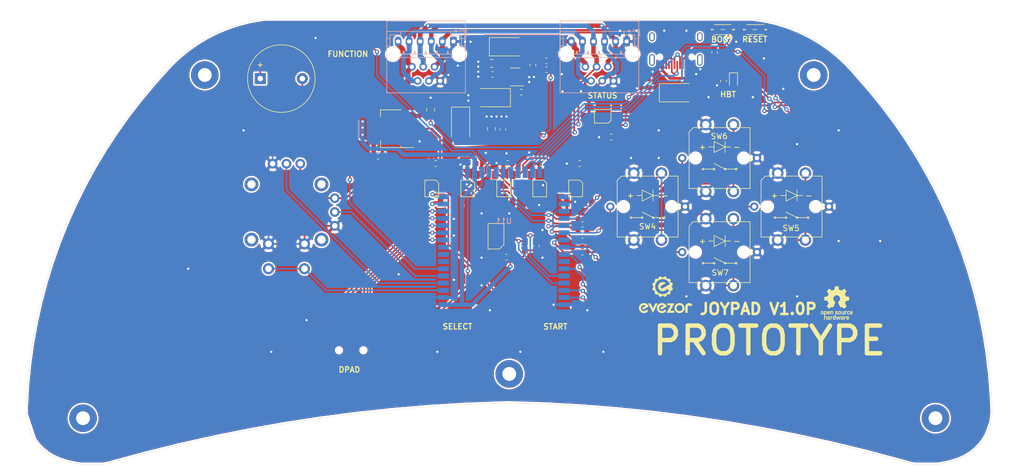
<source format=kicad_pcb>
(kicad_pcb (version 20171130) (host pcbnew "(5.1.5)-3")
  (layers (0 F.Cu signal) (31 B.Cu signal) (34 B.Paste user) (35 F.Paste user) (36 B.SilkS user) (37 F.SilkS user) (38 B.Mask user) (39 F.Mask user) (44 Edge.Cuts user))
  (net 0 "")
  (net 1 "Net-(C1-Pad2)")
  (net 2 "Net-(C1-Pad1)")
  (net 3 "Net-(C2-Pad2)")
  (net 4 +48V)
  (net 5 GND)
  (net 6 /CAN_H)
  (net 7 /CAN_L)
  (net 8 +3V3)
  (net 9 /FD_H)
  (net 10 /FD_L)
  (net 11 "Net-(D3-Pad1)")
  (net 12 "Net-(D3-Pad2)")
  (net 13 /GRN_BUT_LED)
  (net 14 "Net-(R3-Pad1)")
  (net 15 "Net-(R4-Pad1)")
  (net 16 /BLU_BUT_LED)
  (net 17 /RED_BUT_LED)
  (net 18 "Net-(R6-Pad1)")
  (net 19 "Net-(R7-Pad1)")
  (net 20 /YEL_BUT_LED)
  (net 21 /RESET)
  (net 22 /START)
  (net 23 /SELECT)
  (net 24 /GRN_BUT)
  (net 25 /BLU_BUT)
  (net 26 /RED_BUT)
  (net 27 /YEL_BUT)
  (net 28 /JOY_Y)
  (net 29 /JOY_X)
  (net 30 /NEO_STRIP)
  (net 31 "Net-(U4-Pad2)")
  (net 32 "Net-(U5-Pad2)")
  (net 33 "Net-(U6-Pad2)")
  (net 34 /NEO_STATUS)
  (net 35 "Net-(U7-Pad2)")
  (net 36 "Net-(U8-Pad2)")
  (net 37 "Net-(U9-Pad2)")
  (net 38 /JOY_SW)
  (net 39 /VREG)
  (net 40 "Net-(C3-Pad1)")
  (net 41 "Net-(C13-Pad2)")
  (net 42 /USB_VCC)
  (net 43 /D+)
  (net 44 "Net-(J1-PadB5)")
  (net 45 "Net-(J1-PadA8)")
  (net 46 /D-)
  (net 47 "Net-(J1-PadA5)")
  (net 48 "Net-(J1-PadB8)")
  (net 49 /BOOT)
  (net 50 /GUID_SDO)
  (net 51 /GUID_SDA)
  (net 52 /FUNCTION)
  (net 53 /5WAY_LEFT)
  (net 54 /5WAY_RIGHT)
  (net 55 /5WAY_UP)
  (net 56 /5WAY_PUSH)
  (net 57 /5WAY_DOWN)
  (net 58 "Net-(U11-Pad28)")
  (net 59 "Net-(U11-Pad7)")
  (net 60 "Net-(U11-Pad29)")
  (net 61 "Net-(U12-Pad7)")
  (net 62 "Net-(U12-Pad6)")
  (net 63 "Net-(U12-Pad5)")
  (net 64 "Net-(U12-Pad4)")
  (net 65 "Net-(U11-Pad9)")
  (net 66 "Net-(U11-Pad8)")
  (net 67 "Net-(U11-Pad21)")
  (net 68 "Net-(U11-Pad37)")
  (net 69 /BUZZER)
  (module MountingHole:MountingHole_2.5mm_Pad (layer F.Cu) (at 226 131)
    (fp_text reference H4)
    (fp_text value MountingHole)
    (pad 1 thru_hole circle (at 0 0) (size 5 5) (drill 2.5) (layers *.Cu *.Mask))
  )
  (module MountingHole:MountingHole_2.5mm_Pad (layer F.Cu) (at 149 123)
    (fp_text reference H3)
    (fp_text value MountingHole)
    (pad 1 thru_hole circle (at 0 0) (size 5 5) (drill 2.5) (layers *.Cu *.Mask))
  )
  (module MountingHole:MountingHole_2.5mm_Pad (layer F.Cu) (at 204 69)
    (fp_text reference H2)
    (fp_text value MountingHole)
    (pad 1 thru_hole circle (at 0 0) (size 5 5) (drill 2.5) (layers *.Cu *.Mask))
  )
  (module MountingHole:MountingHole_2.5mm_Pad (layer F.Cu) (at 72 131)
    (fp_text reference H1)
    (fp_text value MountingHole)
    (pad 1 thru_hole circle (at 0 0) (size 5 5) (drill 2.5) (layers *.Cu *.Mask))
  )
  (module Symbol:OSHW-Logo_5.7x6mm_SilkScreen (layer F.Cu) (at 208.15 110.19)
    (fp_text reference REF** hide)
    (fp_text value OSHW-Logo_5.7x6mm_SilkScreen hide)
  )
  (module EvezorLIB:evezor_18 (layer F.Cu) (at 177.25 111.11)
    (fp_text reference G*** hide)
    (fp_text value LOGO hide)
  )
  (module EvezorLIB:LOGO_37 (layer F.Cu) (at 176.69 107.22)
    (fp_text reference G*** hide)
    (fp_text value LOGO hide)
  )
  (module Evezor_BUTTONS:SHORT_PAD (layer F.Cu) (at 193.4 60.8 180)
    (fp_text reference JP2)
    (fp_text value RESET)
    (pad 2 smd roundrect (at 1 0 180) (size 1.1 1.524) (layers F.Cu F.Paste F.Mask) (net 5 GND))
    (pad 1 smd roundrect (at -1 0 180) (size 1.2 1.524) (layers F.Cu F.Paste F.Mask) (net 21 /RESET))
  )
  (module Connector_JST:JST_PH_B6B-PH-K_1x06_P2.00mm_Vertical (layer B.Cu) (at 138.91 62.94 180)
    (fp_text reference J5)
    (fp_text value PH)
    (pad 6 thru_hole oval (at 10 0 180) (size 1.2 1.75) (drill 0.75) (layers *.Cu *.Mask) (net 4 +48V))
    (pad 5 thru_hole oval (at 8 0 180) (size 1.2 1.75) (drill 0.75) (layers *.Cu *.Mask) (net 10 /FD_L))
    (pad 4 thru_hole oval (at 6 0 180) (size 1.2 1.75) (drill 0.75) (layers *.Cu *.Mask) (net 7 /CAN_L))
    (pad 3 thru_hole oval (at 4 0 180) (size 1.2 1.75) (drill 0.75) (layers *.Cu *.Mask) (net 6 /CAN_H))
    (pad 2 thru_hole oval (at 2 0 180) (size 1.2 1.75) (drill 0.75) (layers *.Cu *.Mask) (net 9 /FD_H))
    (pad 1 thru_hole roundrect (at 0 0 180) (size 1.2 1.75) (drill 0.75) (layers *.Cu *.Mask) (roundrect_rratio 0.208333) (net 5 GND))
  )
  (module Capacitor_SMD:C_0603_1608Metric (layer F.Cu) (at 147.83 78.8625 90)
    (fp_text reference C5)
    (fp_text value .1uF)
    (pad 2 smd roundrect (at 0.7875 0 90) (size 0.875 0.95) (layers F.Cu F.Paste F.Mask) (net 5 GND))
    (pad 1 smd roundrect (at -0.7875 0 90) (size 0.875 0.95) (layers F.Cu F.Paste F.Mask) (net 39 /VREG))
  )
  (module Capacitor_SMD:C_0805_2012Metric (layer F.Cu) (at 145.79 78.71 90)
    (fp_text reference C6)
    (fp_text value 22uF)
    (pad 2 smd roundrect (at 0.9375 0 90) (size 0.975 1.4) (layers F.Cu F.Paste F.Mask) (net 5 GND))
    (pad 1 smd roundrect (at -0.9375 0 90) (size 0.975 1.4) (layers F.Cu F.Paste F.Mask) (net 39 /VREG))
  )
  (module Capacitor_SMD:C_0603_1608Metric (layer F.Cu) (at 151.1675 72.1)
    (fp_text reference C1)
    (fp_text value .1uF)
    (pad 2 smd roundrect (at 0.7875 0) (size 0.875 0.95) (layers F.Cu F.Paste F.Mask) (net 1 "Net-(C1-Pad2)"))
    (pad 1 smd roundrect (at -0.7875 0) (size 0.875 0.95) (layers F.Cu F.Paste F.Mask) (net 2 "Net-(C1-Pad1)"))
  )
  (module Capacitor_SMD:C_0603_1608Metric (layer F.Cu) (at 155.7075 68.05 180)
    (fp_text reference C2)
    (fp_text value .1uF)
    (pad 2 smd roundrect (at 0.7875 0 180) (size 0.875 0.95) (layers F.Cu F.Paste F.Mask) (net 3 "Net-(C2-Pad2)"))
    (pad 1 smd roundrect (at -0.7875 0 180) (size 0.875 0.95) (layers F.Cu F.Paste F.Mask) (net 39 /VREG))
  )
  (module Capacitor_SMD:C_0805_2012Metric (layer F.Cu) (at 145.8175 66.9 180)
    (fp_text reference C4)
    (fp_text value 4.7uF)
    (pad 2 smd roundrect (at 0.9375 0 180) (size 0.975 1.4) (layers F.Cu F.Paste F.Mask) (net 5 GND))
    (pad 1 smd roundrect (at -0.9375 0 180) (size 0.975 1.4) (layers F.Cu F.Paste F.Mask) (net 40 "Net-(C3-Pad1)"))
  )
  (module EvezorLIB:RJ11_C189747_Horizontal (layer B.Cu) (at 165.289999 67.520001 180)
    (fp_text reference J2)
    (fp_text value RJ11)
    (pad "" np_thru_hole circle (at 6 2.3) (size 2.3 2.3) (drill 2.3) (layers *.Cu *.Mask))
    (pad "" np_thru_hole circle (at -6 2.3 180) (size 2.3 2.3) (drill 2.3) (layers *.Cu *.Mask))
    (pad 5 thru_hole circle (at 1.53 -2.54 180) (size 1.39 1.39) (drill 0.79) (layers *.Cu *.Mask) (net 10 /FD_L))
    (pad 3 thru_hole circle (at -0.51 -2.54 180) (size 1.39 1.39) (drill 0.79) (layers *.Cu *.Mask) (net 6 /CAN_H))
    (pad 1 thru_hole circle (at -2.55 -2.54 180) (size 1.39 1.39) (drill 0.79) (layers *.Cu *.Mask) (net 5 GND))
    (pad 6 thru_hole circle (at 2.55 0 180) (size 1.39 1.39) (drill 0.79) (layers *.Cu *.Mask) (net 4 +48V))
    (pad 4 thru_hole circle (at 0.51 0 180) (size 1.39 1.39) (drill 0.79) (layers *.Cu *.Mask) (net 7 /CAN_L))
    (pad 2 thru_hole circle (at -1.53 0 180) (size 1.39 1.39) (drill 0.79) (layers *.Cu *.Mask) (net 9 /FD_H))
  )
  (module EvezorLIB:RJ11_C189747_Horizontal (layer B.Cu) (at 133.969999 67.520001 180)
    (fp_text reference J3)
    (fp_text value RJ11)
    (pad "" np_thru_hole circle (at 6 2.3) (size 2.3 2.3) (drill 2.3) (layers *.Cu *.Mask))
    (pad "" np_thru_hole circle (at -6 2.3 180) (size 2.3 2.3) (drill 2.3) (layers *.Cu *.Mask))
    (pad 5 thru_hole circle (at 1.53 -2.54 180) (size 1.39 1.39) (drill 0.79) (layers *.Cu *.Mask) (net 10 /FD_L))
    (pad 3 thru_hole circle (at -0.51 -2.54 180) (size 1.39 1.39) (drill 0.79) (layers *.Cu *.Mask) (net 6 /CAN_H))
    (pad 1 thru_hole circle (at -2.55 -2.54 180) (size 1.39 1.39) (drill 0.79) (layers *.Cu *.Mask) (net 5 GND))
    (pad 6 thru_hole circle (at 2.55 0 180) (size 1.39 1.39) (drill 0.79) (layers *.Cu *.Mask) (net 4 +48V))
    (pad 4 thru_hole circle (at 0.51 0 180) (size 1.39 1.39) (drill 0.79) (layers *.Cu *.Mask) (net 7 /CAN_L))
    (pad 2 thru_hole circle (at -1.53 0 180) (size 1.39 1.39) (drill 0.79) (layers *.Cu *.Mask) (net 9 /FD_H))
  )
  (module Connector_JST:JST_PH_B6B-PH-K_1x06_P2.00mm_Vertical (layer B.Cu) (at 170.21 62.94 180)
    (fp_text reference J4)
    (fp_text value PH)
    (pad 6 thru_hole oval (at 10 0 180) (size 1.2 1.75) (drill 0.75) (layers *.Cu *.Mask) (net 4 +48V))
    (pad 5 thru_hole oval (at 8 0 180) (size 1.2 1.75) (drill 0.75) (layers *.Cu *.Mask) (net 10 /FD_L))
    (pad 4 thru_hole oval (at 6 0 180) (size 1.2 1.75) (drill 0.75) (layers *.Cu *.Mask) (net 7 /CAN_L))
    (pad 3 thru_hole oval (at 4 0 180) (size 1.2 1.75) (drill 0.75) (layers *.Cu *.Mask) (net 6 /CAN_H))
    (pad 2 thru_hole oval (at 2 0 180) (size 1.2 1.75) (drill 0.75) (layers *.Cu *.Mask) (net 9 /FD_H))
    (pad 1 thru_hole roundrect (at 0 0 180) (size 1.2 1.75) (drill 0.75) (layers *.Cu *.Mask) (roundrect_rratio 0.208333) (net 5 GND))
  )
  (module Resistor_SMD:R_0603_1608Metric (layer F.Cu) (at 153.28 67.2125 270)
    (fp_text reference R1)
    (fp_text value 15k)
    (pad 2 smd roundrect (at 0.7875 0 270) (size 0.875 0.95) (layers F.Cu F.Paste F.Mask) (net 3 "Net-(C2-Pad2)"))
    (pad 1 smd roundrect (at -0.7875 0 270) (size 0.875 0.95) (layers F.Cu F.Paste F.Mask) (net 5 GND))
  )
  (module Resistor_SMD:R_0603_1608Metric (layer F.Cu) (at 155.7075 66.45 180)
    (fp_text reference R2)
    (fp_text value 82k)
    (pad 2 smd roundrect (at 0.7875 0 180) (size 0.875 0.95) (layers F.Cu F.Paste F.Mask) (net 3 "Net-(C2-Pad2)"))
    (pad 1 smd roundrect (at -0.7875 0 180) (size 0.875 0.95) (layers F.Cu F.Paste F.Mask) (net 39 /VREG))
  )
  (module Package_TO_SOT_SMD:SOT-23-6 (layer F.Cu) (at 150.08 69.35 180)
    (fp_text reference U1)
    (fp_text value V_REG)
    (pad 5 smd rect (at 1.1 0 180) (size 1.06 0.65) (layers F.Cu F.Paste F.Mask) (net 40 "Net-(C3-Pad1)"))
    (pad 6 smd rect (at 1.1 -0.95 180) (size 1.06 0.65) (layers F.Cu F.Paste F.Mask) (net 2 "Net-(C1-Pad1)"))
    (pad 4 smd rect (at 1.1 0.95 180) (size 1.06 0.65) (layers F.Cu F.Paste F.Mask) (net 40 "Net-(C3-Pad1)"))
    (pad 3 smd rect (at -1.1 0.95 180) (size 1.06 0.65) (layers F.Cu F.Paste F.Mask) (net 3 "Net-(C2-Pad2)"))
    (pad 2 smd rect (at -1.1 0 180) (size 1.06 0.65) (layers F.Cu F.Paste F.Mask) (net 5 GND))
    (pad 1 smd rect (at -1.1 -0.95 180) (size 1.06 0.65) (layers F.Cu F.Paste F.Mask) (net 1 "Net-(C1-Pad2)"))
  )
  (module Capacitor_SMD:C_0603_1608Metric (layer F.Cu) (at 145.9675 68.9 180)
    (fp_text reference C3)
    (fp_text value .1uF)
    (pad 2 smd roundrect (at 0.7875 0 180) (size 0.875 0.95) (layers F.Cu F.Paste F.Mask) (net 5 GND))
    (pad 1 smd roundrect (at -0.7875 0 180) (size 0.875 0.95) (layers F.Cu F.Paste F.Mask) (net 40 "Net-(C3-Pad1)"))
  )
  (module Capacitor_SMD:C_0603_1608Metric (layer F.Cu) (at 161.7125 85)
    (fp_text reference C7)
    (fp_text value 100nF)
    (pad 2 smd roundrect (at 0.7875 0) (size 0.875 0.95) (layers F.Cu F.Paste F.Mask) (net 8 +3V3))
    (pad 1 smd roundrect (at -0.7875 0) (size 0.875 0.95) (layers F.Cu F.Paste F.Mask) (net 5 GND))
  )
  (module Capacitor_SMD:C_0603_1608Metric (layer F.Cu) (at 155.2125 85)
    (fp_text reference C8)
    (fp_text value 100nF)
    (pad 2 smd roundrect (at 0.7875 0) (size 0.875 0.95) (layers F.Cu F.Paste F.Mask) (net 8 +3V3))
    (pad 1 smd roundrect (at -0.7875 0) (size 0.875 0.95) (layers F.Cu F.Paste F.Mask) (net 5 GND))
  )
  (module Capacitor_SMD:C_0603_1608Metric (layer F.Cu) (at 167.4125 80.2 180)
    (fp_text reference C9)
    (fp_text value .1uF)
    (pad 2 smd roundrect (at 0.7875 0 180) (size 0.875 0.95) (layers F.Cu F.Paste F.Mask) (net 5 GND))
    (pad 1 smd roundrect (at -0.7875 0 180) (size 0.875 0.95) (layers F.Cu F.Paste F.Mask) (net 8 +3V3))
  )
  (module Capacitor_SMD:C_0603_1608Metric (layer F.Cu) (at 142.2125 85)
    (fp_text reference C10)
    (fp_text value 100nF)
    (pad 2 smd roundrect (at 0.7875 0) (size 0.875 0.95) (layers F.Cu F.Paste F.Mask) (net 8 +3V3))
    (pad 1 smd roundrect (at -0.7875 0) (size 0.875 0.95) (layers F.Cu F.Paste F.Mask) (net 5 GND))
  )
  (module Capacitor_SMD:C_0603_1608Metric (layer F.Cu) (at 148.7125 85)
    (fp_text reference C11)
    (fp_text value 100nF)
    (pad 2 smd roundrect (at 0.7875 0) (size 0.875 0.95) (layers F.Cu F.Paste F.Mask) (net 8 +3V3))
    (pad 1 smd roundrect (at -0.7875 0) (size 0.875 0.95) (layers F.Cu F.Paste F.Mask) (net 5 GND))
  )
  (module Capacitor_SMD:C_0603_1608Metric (layer F.Cu) (at 135.7125 85)
    (fp_text reference C12)
    (fp_text value 100nF)
    (pad 2 smd roundrect (at 0.7875 0) (size 0.875 0.95) (layers F.Cu F.Paste F.Mask) (net 8 +3V3))
    (pad 1 smd roundrect (at -0.7875 0) (size 0.875 0.95) (layers F.Cu F.Paste F.Mask) (net 5 GND))
  )
  (module Diode_SMD:D_SMA (layer F.Cu) (at 145.81 73.09 180)
    (fp_text reference D1)
    (fp_text value D_Schottky)
    (pad 2 smd rect (at 2 0 180) (size 2.5 1.8) (layers F.Cu F.Paste F.Mask) (net 5 GND))
    (pad 1 smd rect (at -2 0 180) (size 2.5 1.8) (layers F.Cu F.Paste F.Mask) (net 2 "Net-(C1-Pad1)"))
  )
  (module LED_SMD:LED_0603_1608Metric (layer F.Cu) (at 189.5 70.0875 270)
    (fp_text reference D3)
    (fp_text value LED)
    (pad 2 smd roundrect (at 0.7875 0 270) (size 0.875 0.95) (layers F.Cu F.Paste F.Mask) (net 12 "Net-(D3-Pad2)"))
    (pad 1 smd roundrect (at -0.7875 0 270) (size 0.875 0.95) (layers F.Cu F.Paste F.Mask) (net 11 "Net-(D3-Pad1)"))
  )
  (module EvezorLIB:INDUCTOR_7.5X6.6_GCDA0630-220MC (layer F.Cu) (at 152.89 76.965 270)
    (fp_text reference L1)
    (fp_text value 22uH)
    (pad 2 smd rect (at 2.695 0 270) (size 1.98 3.43) (layers F.Cu F.Paste F.Mask) (net 39 /VREG))
    (pad 1 smd rect (at -2.695 0 270) (size 1.98 3.43) (layers F.Cu F.Paste F.Mask) (net 2 "Net-(C1-Pad1)"))
  )
  (module Resistor_SMD:R_0603_1608Metric (layer F.Cu) (at 162.2125 97 180)
    (fp_text reference R3)
    (fp_text value UNKN)
    (pad 2 smd roundrect (at 0.7875 0 180) (size 0.875 0.95) (layers F.Cu F.Paste F.Mask) (net 13 /GRN_BUT_LED))
    (pad 1 smd roundrect (at -0.7875 0 180) (size 0.875 0.95) (layers F.Cu F.Paste F.Mask) (net 14 "Net-(R3-Pad1)"))
  )
  (module Resistor_SMD:R_0603_1608Metric (layer F.Cu) (at 162.2125 99 180)
    (fp_text reference R4)
    (fp_text value UNKN)
    (pad 2 smd roundrect (at 0.7875 0 180) (size 0.875 0.95) (layers F.Cu F.Paste F.Mask) (net 16 /BLU_BUT_LED))
    (pad 1 smd roundrect (at -0.7875 0 180) (size 0.875 0.95) (layers F.Cu F.Paste F.Mask) (net 15 "Net-(R4-Pad1)"))
  )
  (module Resistor_SMD:R_0603_1608Metric (layer F.Cu) (at 187.7 70.0875 90)
    (fp_text reference R5)
    (fp_text value 15k)
    (pad 2 smd roundrect (at 0.7875 0 90) (size 0.875 0.95) (layers F.Cu F.Paste F.Mask) (net 11 "Net-(D3-Pad1)"))
    (pad 1 smd roundrect (at -0.7875 0 90) (size 0.875 0.95) (layers F.Cu F.Paste F.Mask) (net 5 GND))
  )
  (module Resistor_SMD:R_0603_1608Metric (layer F.Cu) (at 162.2125 95 180)
    (fp_text reference R6)
    (fp_text value UNKN)
    (pad 2 smd roundrect (at 0.7875 0 180) (size 0.875 0.95) (layers F.Cu F.Paste F.Mask) (net 17 /RED_BUT_LED))
    (pad 1 smd roundrect (at -0.7875 0 180) (size 0.875 0.95) (layers F.Cu F.Paste F.Mask) (net 18 "Net-(R6-Pad1)"))
  )
  (module Resistor_SMD:R_0603_1608Metric (layer F.Cu) (at 162.2125 101 180)
    (fp_text reference R7)
    (fp_text value UNKN)
    (pad 2 smd roundrect (at 0.7875 0 180) (size 0.875 0.95) (layers F.Cu F.Paste F.Mask) (net 20 /YEL_BUT_LED))
    (pad 1 smd roundrect (at -0.7875 0 180) (size 0.875 0.95) (layers F.Cu F.Paste F.Mask) (net 19 "Net-(R7-Pad1)"))
  )
  (module EvezorLIB:SWITCH_2x3_SMD_TACTILE_GREEN (layer F.Cu) (at 157.35 111.5)
    (fp_text reference SW2)
    (fp_text value SW_Push)
    (pad 2 smd rect (at 3.85 0) (size 1.5 1.2) (layers F.Cu F.Paste F.Mask) (net 5 GND))
    (pad 1 smd rect (at -3.85 0) (size 1.5 1.2) (layers F.Cu F.Paste F.Mask) (net 22 /START))
  )
  (module EvezorLIB:SWITCH_2x3_SMD_TACTILE_GREEN (layer F.Cu) (at 139.65 111.5)
    (fp_text reference SW3)
    (fp_text value SW_Push)
    (pad 2 smd rect (at 3.85 0) (size 1.5 1.2) (layers F.Cu F.Paste F.Mask) (net 5 GND))
    (pad 1 smd rect (at -3.85 0) (size 1.5 1.2) (layers F.Cu F.Paste F.Mask) (net 23 /SELECT))
  )
  (module Evezor_BUTTONS:Illuminated_Round_Button (layer F.Cu) (at 174 92.77)
    (fp_text reference SW4 (at -0.02 3.6) (layer F.SilkS))
    (fp_text value GRN_BUTTON_ILLUMINATED_12x12)
    (fp_text user + (at -3.1 -2) (layer F.SilkS))
    (fp_text user - (at 3.13 -2) (layer F.SilkS))
    (pad 4 thru_hole circle (at 6.75 0 90) (size 1.5 1.5) (drill 0.8) (layers *.Cu *.Mask) (net 5 GND))
    (pad 3 thru_hole circle (at -6.75 0 90) (size 1.5 1.5) (drill 0.8) (layers *.Cu *.Mask) (net 14 "Net-(R3-Pad1)"))
    (pad "" np_thru_hole circle (at -4.35 0 90) (size 1.8 1.8) (drill 1.8) (layers *.Cu *.Mask))
    (pad "" np_thru_hole circle (at 4.35 0 90) (size 1.8 1.8) (drill 1.8) (layers *.Cu *.Mask))
    (pad 2 thru_hole circle (at -2.5 6.05) (size 2.1 2.1) (drill 1.3) (layers *.Cu *.Mask) (net 5 GND))
    (pad 2 thru_hole circle (at -2.5 -6.05 90) (size 2.1 2.1) (drill 1.3) (layers *.Cu *.Mask) (net 5 GND))
    (pad 1 thru_hole circle (at 2.5 6.05 90) (size 2.1 2.1) (drill 1.3) (layers *.Cu *.Mask) (net 24 /GRN_BUT))
    (pad 1 thru_hole circle (at 2.5 -6.05) (size 2.1 2.1) (drill 1.3) (layers *.Cu *.Mask) (net 24 /GRN_BUT))
  )
  (module Evezor_BUTTONS:Illuminated_Round_Button (layer F.Cu) (at 200 92.77)
    (fp_text reference SW5 (at -0.09 3.91) (layer F.SilkS))
    (fp_text value BLU_BUTTON_ILLUMINATED_12x12)
    (fp_text user + (at -3.1 -2) (layer F.SilkS))
    (fp_text user - (at 3.13 -2) (layer F.SilkS))
    (pad 4 thru_hole circle (at 6.75 0 90) (size 1.5 1.5) (drill 0.8) (layers *.Cu *.Mask) (net 5 GND))
    (pad 3 thru_hole circle (at -6.75 0 90) (size 1.5 1.5) (drill 0.8) (layers *.Cu *.Mask) (net 15 "Net-(R4-Pad1)"))
    (pad "" np_thru_hole circle (at -4.35 0 90) (size 1.8 1.8) (drill 1.8) (layers *.Cu *.Mask))
    (pad "" np_thru_hole circle (at 4.35 0 90) (size 1.8 1.8) (drill 1.8) (layers *.Cu *.Mask))
    (pad 2 thru_hole circle (at -2.5 6.05) (size 2.1 2.1) (drill 1.3) (layers *.Cu *.Mask) (net 5 GND))
    (pad 2 thru_hole circle (at -2.5 -6.05 90) (size 2.1 2.1) (drill 1.3) (layers *.Cu *.Mask) (net 5 GND))
    (pad 1 thru_hole circle (at 2.5 6.05 90) (size 2.1 2.1) (drill 1.3) (layers *.Cu *.Mask) (net 25 /BLU_BUT))
    (pad 1 thru_hole circle (at 2.5 -6.05) (size 2.1 2.1) (drill 1.3) (layers *.Cu *.Mask) (net 25 /BLU_BUT))
  )
  (module Evezor_BUTTONS:Illuminated_Round_Button (layer F.Cu) (at 187 84)
    (fp_text reference SW6 (at -0.07 -3.93) (layer F.SilkS))
    (fp_text value RED_BUTTON_ILLUMINATED_12x12)
    (fp_text user + (at -3.1 -2) (layer F.SilkS))
    (fp_text user - (at 3.13 -2) (layer F.SilkS))
    (pad 4 thru_hole circle (at 6.75 0 90) (size 1.5 1.5) (drill 0.8) (layers *.Cu *.Mask) (net 5 GND))
    (pad 3 thru_hole circle (at -6.75 0 90) (size 1.5 1.5) (drill 0.8) (layers *.Cu *.Mask) (net 18 "Net-(R6-Pad1)"))
    (pad "" np_thru_hole circle (at -4.35 0 90) (size 1.8 1.8) (drill 1.8) (layers *.Cu *.Mask))
    (pad "" np_thru_hole circle (at 4.35 0 90) (size 1.8 1.8) (drill 1.8) (layers *.Cu *.Mask))
    (pad 2 thru_hole circle (at -2.5 6.05) (size 2.1 2.1) (drill 1.3) (layers *.Cu *.Mask) (net 5 GND))
    (pad 2 thru_hole circle (at -2.5 -6.05 90) (size 2.1 2.1) (drill 1.3) (layers *.Cu *.Mask) (net 5 GND))
    (pad 1 thru_hole circle (at 2.5 6.05 90) (size 2.1 2.1) (drill 1.3) (layers *.Cu *.Mask) (net 26 /RED_BUT))
    (pad 1 thru_hole circle (at 2.5 -6.05) (size 2.1 2.1) (drill 1.3) (layers *.Cu *.Mask) (net 26 /RED_BUT))
  )
  (module Evezor_BUTTONS:Illuminated_Round_Button (layer F.Cu) (at 187 101)
    (fp_text reference SW7 (at 0.1 3.72) (layer F.SilkS))
    (fp_text value YEL_BUTTON_ILLUMINATED_12x12)
    (fp_text user + (at -3.1 -2) (layer F.SilkS))
    (fp_text user - (at 3.13 -2) (layer F.SilkS))
    (pad 4 thru_hole circle (at 6.75 0 90) (size 1.5 1.5) (drill 0.8) (layers *.Cu *.Mask) (net 5 GND))
    (pad 3 thru_hole circle (at -6.75 0 90) (size 1.5 1.5) (drill 0.8) (layers *.Cu *.Mask) (net 19 "Net-(R7-Pad1)"))
    (pad "" np_thru_hole circle (at -4.35 0 90) (size 1.8 1.8) (drill 1.8) (layers *.Cu *.Mask))
    (pad "" np_thru_hole circle (at 4.35 0 90) (size 1.8 1.8) (drill 1.8) (layers *.Cu *.Mask))
    (pad 2 thru_hole circle (at -2.5 6.05) (size 2.1 2.1) (drill 1.3) (layers *.Cu *.Mask) (net 5 GND))
    (pad 2 thru_hole circle (at -2.5 -6.05 90) (size 2.1 2.1) (drill 1.3) (layers *.Cu *.Mask) (net 5 GND))
    (pad 1 thru_hole circle (at 2.5 6.05 90) (size 2.1 2.1) (drill 1.3) (layers *.Cu *.Mask) (net 27 /YEL_BUT))
    (pad 1 thru_hole circle (at 2.5 -6.05) (size 2.1 2.1) (drill 1.3) (layers *.Cu *.Mask) (net 27 /YEL_BUT))
  )
  (module Package_TO_SOT_SMD:SOT-223-3_TabPin2 (layer F.Cu) (at 127.65 78.7 180)
    (fp_text reference U2)
    (fp_text value AMS1117-3.3)
    (pad 1 smd rect (at -3.15 -2.3 180) (size 2 1.5) (layers F.Cu F.Paste F.Mask) (net 5 GND))
    (pad 3 smd rect (at -3.15 2.3 180) (size 2 1.5) (layers F.Cu F.Paste F.Mask) (net 41 "Net-(C13-Pad2)"))
    (pad 2 smd rect (at -3.15 0 180) (size 2 1.5) (layers F.Cu F.Paste F.Mask) (net 8 +3V3))
    (pad 2 smd rect (at 3.15 0 180) (size 2 3.8) (layers F.Cu F.Paste F.Mask) (net 8 +3V3))
  )
  (module EvezorLIB:NEOPIXEL_5050 (layer F.Cu) (at 135 89.5 90)
    (fp_text reference U4)
    (fp_text value NEOPIXEL_5050)
    (pad 3 smd rect (at -2.45 -1.6 90) (size 1.5 1) (layers F.Cu F.Paste F.Mask) (net 5 GND))
    (pad 4 smd rect (at -2.45 1.6 90) (size 1.5 1) (layers F.Cu F.Paste F.Mask) (net 30 /NEO_STRIP))
    (pad 2 smd rect (at 2.45 -1.6 90) (size 1.5 1) (layers F.Cu F.Paste F.Mask) (net 31 "Net-(U4-Pad2)"))
    (pad 1 smd rect (at 2.45 1.6 90) (size 1.5 1) (layers F.Cu F.Paste F.Mask) (net 8 +3V3))
  )
  (module EvezorLIB:NEOPIXEL_5050 (layer F.Cu) (at 141.5 89.5 90)
    (fp_text reference U5)
    (fp_text value NEOPIXEL_5050)
    (pad 3 smd rect (at -2.45 -1.6 90) (size 1.5 1) (layers F.Cu F.Paste F.Mask) (net 5 GND))
    (pad 4 smd rect (at -2.45 1.6 90) (size 1.5 1) (layers F.Cu F.Paste F.Mask) (net 31 "Net-(U4-Pad2)"))
    (pad 2 smd rect (at 2.45 -1.6 90) (size 1.5 1) (layers F.Cu F.Paste F.Mask) (net 32 "Net-(U5-Pad2)"))
    (pad 1 smd rect (at 2.45 1.6 90) (size 1.5 1) (layers F.Cu F.Paste F.Mask) (net 8 +3V3))
  )
  (module EvezorLIB:NEOPIXEL_5050 (layer F.Cu) (at 165.87 76.45)
    (fp_text reference U6)
    (fp_text value NEOPIXEL_5050)
    (pad 3 smd rect (at -2.45 -1.6) (size 1.5 1) (layers F.Cu F.Paste F.Mask) (net 5 GND))
    (pad 4 smd rect (at -2.45 1.6) (size 1.5 1) (layers F.Cu F.Paste F.Mask) (net 34 /NEO_STATUS))
    (pad 2 smd rect (at 2.45 -1.6) (size 1.5 1) (layers F.Cu F.Paste F.Mask) (net 33 "Net-(U6-Pad2)"))
    (pad 1 smd rect (at 2.45 1.6) (size 1.5 1) (layers F.Cu F.Paste F.Mask) (net 8 +3V3))
  )
  (module EvezorLIB:NEOPIXEL_5050 (layer F.Cu) (at 148 89.5 90)
    (fp_text reference U7)
    (fp_text value NEOPIXEL_5050)
    (pad 3 smd rect (at -2.45 -1.6 90) (size 1.5 1) (layers F.Cu F.Paste F.Mask) (net 5 GND))
    (pad 4 smd rect (at -2.45 1.6 90) (size 1.5 1) (layers F.Cu F.Paste F.Mask) (net 32 "Net-(U5-Pad2)"))
    (pad 2 smd rect (at 2.45 -1.6 90) (size 1.5 1) (layers F.Cu F.Paste F.Mask) (net 35 "Net-(U7-Pad2)"))
    (pad 1 smd rect (at 2.45 1.6 90) (size 1.5 1) (layers F.Cu F.Paste F.Mask) (net 8 +3V3))
  )
  (module EvezorLIB:NEOPIXEL_5050 (layer F.Cu) (at 154.5 89.5 90)
    (fp_text reference U8)
    (fp_text value NEOPIXEL_5050)
    (pad 3 smd rect (at -2.45 -1.6 90) (size 1.5 1) (layers F.Cu F.Paste F.Mask) (net 5 GND))
    (pad 4 smd rect (at -2.45 1.6 90) (size 1.5 1) (layers F.Cu F.Paste F.Mask) (net 35 "Net-(U7-Pad2)"))
    (pad 2 smd rect (at 2.45 -1.6 90) (size 1.5 1) (layers F.Cu F.Paste F.Mask) (net 36 "Net-(U8-Pad2)"))
    (pad 1 smd rect (at 2.45 1.6 90) (size 1.5 1) (layers F.Cu F.Paste F.Mask) (net 8 +3V3))
  )
  (module EvezorLIB:NEOPIXEL_5050 (layer F.Cu) (at 161 89.5 90)
    (fp_text reference U9)
    (fp_text value NEOPIXEL_5050)
    (pad 3 smd rect (at -2.45 -1.6 90) (size 1.5 1) (layers F.Cu F.Paste F.Mask) (net 5 GND))
    (pad 4 smd rect (at -2.45 1.6 90) (size 1.5 1) (layers F.Cu F.Paste F.Mask) (net 36 "Net-(U8-Pad2)"))
    (pad 2 smd rect (at 2.45 -1.6 90) (size 1.5 1) (layers F.Cu F.Paste F.Mask) (net 37 "Net-(U9-Pad2)"))
    (pad 1 smd rect (at 2.45 1.6 90) (size 1.5 1) (layers F.Cu F.Paste F.Mask) (net 8 +3V3))
  )
  (module Capacitor_SMD:C_0805_2012Metric (layer F.Cu) (at 134.8 75.2625 270)
    (fp_text reference C13)
    (fp_text value 10uF)
    (pad 2 smd roundrect (at 0.9375 0 270) (size 0.975 1.4) (layers F.Cu F.Paste F.Mask) (net 41 "Net-(C13-Pad2)"))
    (pad 1 smd roundrect (at -0.9375 0 270) (size 0.975 1.4) (layers F.Cu F.Paste F.Mask) (net 5 GND))
  )
  (module Capacitor_SMD:C_0603_1608Metric (layer F.Cu) (at 125.2875 83.7 180)
    (fp_text reference C14)
    (fp_text value .1uF)
    (pad 2 smd roundrect (at 0.7875 0 180) (size 0.875 0.95) (layers F.Cu F.Paste F.Mask) (net 8 +3V3))
    (pad 1 smd roundrect (at -0.7875 0 180) (size 0.875 0.95) (layers F.Cu F.Paste F.Mask) (net 5 GND))
  )
  (module Capacitor_SMD:C_0603_1608Metric (layer F.Cu) (at 148.4875 101.9)
    (fp_text reference C15)
    (fp_text value .1uF)
    (pad 2 smd roundrect (at 0.7875 0) (size 0.875 0.95) (layers F.Cu F.Paste F.Mask) (net 8 +3V3))
    (pad 1 smd roundrect (at -0.7875 0) (size 0.875 0.95) (layers F.Cu F.Paste F.Mask) (net 5 GND))
  )
  (module Diode_SMD:D_SMA (layer F.Cu) (at 148.8 63.9)
    (fp_text reference D2)
    (fp_text value D_Schottky)
    (pad 2 smd rect (at 2 0) (size 2.5 1.8) (layers F.Cu F.Paste F.Mask) (net 4 +48V))
    (pad 1 smd rect (at -2 0) (size 2.5 1.8) (layers F.Cu F.Paste F.Mask) (net 40 "Net-(C3-Pad1)"))
  )
  (module Diode_SMD:D_SMA (layer F.Cu) (at 179.5 72.2)
    (fp_text reference D4)
    (fp_text value D_Schottky)
    (pad 2 smd rect (at 2 0) (size 2.5 1.8) (layers F.Cu F.Paste F.Mask) (net 42 /USB_VCC))
    (pad 1 smd rect (at -2 0) (size 2.5 1.8) (layers F.Cu F.Paste F.Mask) (net 41 "Net-(C13-Pad2)"))
  )
  (module Diode_SMD:D_SMA (layer F.Cu) (at 140.2 78.2 270)
    (fp_text reference D5)
    (fp_text value D_Schottky)
    (pad 2 smd rect (at 2 0 270) (size 2.5 1.8) (layers F.Cu F.Paste F.Mask) (net 39 /VREG))
    (pad 1 smd rect (at -2 0 270) (size 2.5 1.8) (layers F.Cu F.Paste F.Mask) (net 41 "Net-(C13-Pad2)"))
  )
  (module EvezorLIB:USB_C_Receptacle_HRO_TYPE-C-31-M-12 (layer F.Cu) (at 179.1 63.15 180)
    (fp_text reference J1)
    (fp_text value USB_C_Receptacle_USB2.0)
    (pad B1 smd rect (at 3.25 -4.045 180) (size 0.6 1.45) (layers F.Cu F.Paste F.Mask) (net 5 GND))
    (pad A9 smd rect (at 2.45 -4.045 180) (size 0.6 1.45) (layers F.Cu F.Paste F.Mask) (net 42 /USB_VCC))
    (pad B9 smd rect (at -2.45 -4.045 180) (size 0.6 1.45) (layers F.Cu F.Paste F.Mask) (net 42 /USB_VCC))
    (pad B12 smd rect (at -3.25 -4.045 180) (size 0.6 1.45) (layers F.Cu F.Paste F.Mask) (net 5 GND))
    (pad A1 smd rect (at -3.25 -4.045 180) (size 0.6 1.45) (layers F.Cu F.Paste F.Mask) (net 5 GND))
    (pad A4 smd rect (at -2.45 -4.045 180) (size 0.6 1.45) (layers F.Cu F.Paste F.Mask) (net 42 /USB_VCC))
    (pad B4 smd rect (at 2.45 -4.045 180) (size 0.6 1.45) (layers F.Cu F.Paste F.Mask) (net 42 /USB_VCC))
    (pad A12 smd rect (at 3.25 -4.045 180) (size 0.6 1.45) (layers F.Cu F.Paste F.Mask) (net 5 GND))
    (pad B8 smd rect (at -1.75 -4.045 180) (size 0.3 1.45) (layers F.Cu F.Paste F.Mask) (net 48 "Net-(J1-PadB8)"))
    (pad A5 smd rect (at -1.25 -4.045 180) (size 0.3 1.45) (layers F.Cu F.Paste F.Mask) (net 47 "Net-(J1-PadA5)"))
    (pad B7 smd rect (at -0.75 -4.045 180) (size 0.3 1.45) (layers F.Cu F.Paste F.Mask) (net 46 /D-))
    (pad A7 smd rect (at 0.25 -4.045 180) (size 0.3 1.45) (layers F.Cu F.Paste F.Mask) (net 46 /D-))
    (pad B6 smd rect (at 0.75 -4.045 180) (size 0.3 1.45) (layers F.Cu F.Paste F.Mask) (net 43 /D+))
    (pad A8 smd rect (at 1.25 -4.045 180) (size 0.3 1.45) (layers F.Cu F.Paste F.Mask) (net 45 "Net-(J1-PadA8)"))
    (pad B5 smd rect (at 1.75 -4.045 180) (size 0.3 1.45) (layers F.Cu F.Paste F.Mask) (net 44 "Net-(J1-PadB5)"))
    (pad A6 smd rect (at -0.25 -4.045 180) (size 0.3 1.45) (layers F.Cu F.Paste F.Mask) (net 43 /D+))
    (pad "" thru_hole oval (at 4.32 -3.13 180) (size 1 2.1) (drill oval 0.6 1.7) (layers *.Cu *.Mask))
    (pad "" thru_hole oval (at -4.32 -3.13 180) (size 1 2.1) (drill oval 0.6 1.7) (layers *.Cu *.Mask))
    (pad "" np_thru_hole circle (at -2.89 -2.6 180) (size 0.65 0.65) (drill 0.65) (layers *.Cu *.Mask))
    (pad "" thru_hole oval (at -4.32 1.05 180) (size 1 1.6) (drill oval 0.6 1.2) (layers *.Cu *.Mask))
    (pad "" np_thru_hole circle (at 2.89 -2.6 180) (size 0.65 0.65) (drill 0.65) (layers *.Cu *.Mask))
    (pad "" thru_hole oval (at 4.32 1.05 180) (size 1 1.6) (drill oval 0.6 1.2) (layers *.Cu *.Mask))
  )
  (module Evezor_BUTTONS:SHORT_PAD (layer F.Cu) (at 187.6 60.8)
    (fp_text reference JP1)
    (fp_text value BOOT)
    (pad 2 smd roundrect (at 1 0) (size 1.1 1.524) (layers F.Cu F.Paste F.Mask) (net 8 +3V3))
    (pad 1 smd roundrect (at -1 0) (size 1.2 1.524) (layers F.Cu F.Paste F.Mask) (net 49 /BOOT))
  )
  (module Resistor_SMD:R_0603_1608Metric (layer F.Cu) (at 174.1 70.4875 270)
    (fp_text reference R8)
    (fp_text value 5.1k)
    (pad 2 smd roundrect (at 0.7875 0 270) (size 0.875 0.95) (layers F.Cu F.Paste F.Mask) (net 5 GND))
    (pad 1 smd roundrect (at -0.7875 0 270) (size 0.875 0.95) (layers F.Cu F.Paste F.Mask) (net 44 "Net-(J1-PadB5)"))
  )
  (module Resistor_SMD:R_0603_1608Metric (layer F.Cu) (at 186.1 64.9125 270)
    (fp_text reference R9)
    (fp_text value 5.1k)
    (pad 2 smd roundrect (at 0.7875 0 270) (size 0.875 0.95) (layers F.Cu F.Paste F.Mask) (net 5 GND))
    (pad 1 smd roundrect (at -0.7875 0 270) (size 0.875 0.95) (layers F.Cu F.Paste F.Mask) (net 47 "Net-(J1-PadA5)"))
  )
  (module Resistor_SMD:R_0603_1608Metric (layer F.Cu) (at 151.8 99.8875 90)
    (fp_text reference R10)
    (fp_text value 4.7k)
    (pad 2 smd roundrect (at 0.7875 0 90) (size 0.875 0.95) (layers F.Cu F.Paste F.Mask) (net 50 /GUID_SDO))
    (pad 1 smd roundrect (at -0.7875 0 90) (size 0.875 0.95) (layers F.Cu F.Paste F.Mask) (net 8 +3V3))
  )
  (module Resistor_SMD:R_0603_1608Metric (layer F.Cu) (at 153.9 99.8875 90)
    (fp_text reference R11)
    (fp_text value 4.7k)
    (pad 2 smd roundrect (at 0.7875 0 90) (size 0.875 0.95) (layers F.Cu F.Paste F.Mask) (net 51 /GUID_SDA))
    (pad 1 smd roundrect (at -0.7875 0 90) (size 0.875 0.95) (layers F.Cu F.Paste F.Mask) (net 8 +3V3))
  )
  (module EvezorLIB:SWITCH_2x3_SMD_TACTILE_GREEN (layer F.Cu) (at 119.95 62.3 180)
    (fp_text reference SW8)
    (fp_text value SW_Push)
    (pad 2 smd rect (at 3.85 0 180) (size 1.5 1.2) (layers F.Cu F.Paste F.Mask) (net 5 GND))
    (pad 1 smd rect (at -3.85 0 180) (size 1.5 1.2) (layers F.Cu F.Paste F.Mask) (net 52 /FUNCTION))
  )
  (module Evezor_BUTTONS:SWITCH_5WAY_10x10 (layer F.Cu) (at 120.44 116.08)
    (fp_text reference U3)
    (fp_text value SWITCH_5-WAY_TACTIL_10X10)
    (pad "" np_thru_hole circle (at 2.2 2.65) (size 0.9 0.9) (drill 0.9) (layers *.Cu *.Mask))
    (pad "" np_thru_hole circle (at -2.2 2.65) (size 0.9 0.9) (drill 0.9) (layers *.Cu *.Mask))
    (pad 6 smd roundrect (at 5.9 3.7) (size 1.6 1.3) (layers F.Cu F.Paste F.Mask) (roundrect_rratio 0.1) (net 57 /5WAY_DOWN))
    (pad 3 smd roundrect (at -5.9 3.7) (size 1.6 1.3) (layers F.Cu F.Paste F.Mask) (roundrect_rratio 0.1) (net 56 /5WAY_PUSH))
    (pad 4 smd roundrect (at 5.9 -2.8) (size 1.6 1.3) (layers F.Cu F.Paste F.Mask) (roundrect_rratio 0.1) (net 55 /5WAY_UP))
    (pad 5 smd roundrect (at 5.9 0) (size 1.6 1.3) (layers F.Cu F.Paste F.Mask) (roundrect_rratio 0.1) (net 54 /5WAY_RIGHT))
    (pad 2 smd roundrect (at -5.9 0) (size 1.6 1.3) (layers F.Cu F.Paste F.Mask) (roundrect_rratio 0.1) (net 53 /5WAY_LEFT))
    (pad 1 smd roundrect (at -5.9 -2.8) (size 1.6 1.3) (layers F.Cu F.Paste F.Mask) (roundrect_rratio 0.1) (net 5 GND))
  )
  (module Evezor_BUTTONS:JOYSTICK (layer F.Cu) (at 108.75 93.75)
    (fp_text reference U10)
    (fp_text value JOYSTICK)
    (pad 5 thru_hole circle (at -3.25 5.75) (size 2 2) (drill 1.2) (layers *.Cu *.Mask) (net 5 GND))
    (pad 3 thru_hole circle (at -3.25 10.25) (size 2 2) (drill 1.2) (layers *.Cu *.Mask) (net 38 /JOY_SW))
    (pad 3 thru_hole circle (at 3.25 10.25) (size 2 2) (drill 1.2) (layers *.Cu *.Mask) (net 38 /JOY_SW))
    (pad 5 thru_hole circle (at 3.25 5.75) (size 2 2) (drill 1.2) (layers *.Cu *.Mask) (net 5 GND))
    (pad 5 thru_hole circle (at 8.73 2.5) (size 1.75 1.75) (drill 1) (layers *.Cu *.Mask) (net 5 GND))
    (pad 2 thru_hole circle (at 8.73 0) (size 1.75 1.75) (drill 1) (layers *.Cu *.Mask) (net 28 /JOY_Y))
    (pad 4 thru_hole circle (at 8.73 -2.5) (size 1.75 1.75) (drill 1) (layers *.Cu *.Mask) (net 8 +3V3))
    (pad 4 thru_hole circle (at 2.5 -8.73) (size 1.75 1.75) (drill 1) (layers *.Cu *.Mask) (net 8 +3V3))
    (pad 1 thru_hole circle (at 0 -8.73) (size 1.75 1.75) (drill 1) (layers *.Cu *.Mask) (net 29 /JOY_X))
    (pad 5 thru_hole circle (at -2.5 -8.73) (size 1.75 1.75) (drill 1) (layers *.Cu *.Mask) (net 5 GND))
    (pad "" thru_hole circle (at -6.325 -5) (size 2.5 2.5) (drill 1.5) (layers *.Cu *.Mask))
    (pad "" thru_hole circle (at 6.325 -5) (size 2.5 2.5) (drill 1.5) (layers *.Cu *.Mask))
    (pad "" thru_hole circle (at 6.325 5) (size 2.5 2.5) (drill 1.5) (layers *.Cu *.Mask))
    (pad "" thru_hole circle (at -6.325 5) (size 2.5 2.5) (drill 1.5) (layers *.Cu *.Mask))
  )
  (module EvezorLIB:EDGE_STAMP (layer B.Cu) (at 148 87)
    (fp_text reference U11 (at 0 8.4) (layer B.SilkS) (effects (justify mirror)))
    (fp_text value EDGE_STM32F405_CPU_V1)
    (pad 43 smd custom (at 10.9 23.5 270) (size 0.9 2) (layers B.Cu B.Paste B.Mask) (net 5 GND) (options (clearance outline) (anchor rect)) (primitives))
    (pad 42 smd custom (at 10.9 22.2 270) (size 0.9 2) (layers B.Cu B.Paste B.Mask) (net 34 /NEO_STATUS) (options (clearance outline) (anchor rect)) (primitives))
    (pad 41 smd custom (at 10.9 20.9 270) (size 0.9 2) (layers B.Cu B.Paste B.Mask) (net 12 "Net-(D3-Pad2)") (options (clearance outline) (anchor rect)) (primitives))
    (pad 40 smd custom (at 10.9 19.6 270) (size 0.9 2) (layers B.Cu B.Paste B.Mask) (net 50 /GUID_SDO) (options (clearance outline) (anchor rect)) (primitives))
    (pad 39 smd custom (at 10.9 18.3 270) (size 0.9 2) (layers B.Cu B.Paste B.Mask) (net 51 /GUID_SDA) (options (clearance outline) (anchor rect)) (primitives))
    (pad 38 smd custom (at 10.9 17 270) (size 0.9 2) (layers B.Cu B.Paste B.Mask) (net 21 /RESET) (options (clearance outline) (anchor rect)) (primitives))
    (pad 37 smd custom (at 10.9 15.7 270) (size 0.9 2) (layers B.Cu B.Paste B.Mask) (net 68 "Net-(U11-Pad37)") (options (clearance outline) (anchor rect)) (primitives))
    (pad 36 smd custom (at 10.9 14.4 270) (size 0.9 2) (layers B.Cu B.Paste B.Mask) (net 49 /BOOT) (options (clearance outline) (anchor rect)) (primitives))
    (pad 35 smd custom (at 10.9 13.1 270) (size 0.9 2) (layers B.Cu B.Paste B.Mask) (net 27 /YEL_BUT) (options (clearance outline) (anchor rect)) (primitives))
    (pad 34 smd custom (at 10.9 11.8 270) (size 0.9 2) (layers B.Cu B.Paste B.Mask) (net 20 /YEL_BUT_LED) (options (clearance outline) (anchor rect)) (primitives))
    (pad 33 smd custom (at 10.9 10.5 270) (size 0.9 2) (layers B.Cu B.Paste B.Mask) (net 25 /BLU_BUT) (options (clearance outline) (anchor rect)) (primitives))
    (pad 32 smd custom (at 10.9 9.2 270) (size 0.9 2) (layers B.Cu B.Paste B.Mask) (net 16 /BLU_BUT_LED) (options (clearance outline) (anchor rect)) (primitives))
    (pad 31 smd custom (at 10.9 7.9 270) (size 0.9 2) (layers B.Cu B.Paste B.Mask) (net 24 /GRN_BUT) (options (clearance outline) (anchor rect)) (primitives))
    (pad 30 smd custom (at 10.9 6.6 270) (size 0.9 2) (layers B.Cu B.Paste B.Mask) (net 13 /GRN_BUT_LED) (options (clearance outline) (anchor rect)) (primitives))
    (pad 29 smd custom (at 10.9 5.3 270) (size 0.9 2) (layers B.Cu B.Paste B.Mask) (net 60 "Net-(U11-Pad29)") (options (clearance outline) (anchor rect)) (primitives))
    (pad 1 smd custom (at -10.9 23.5 270) (size 0.9 2) (layers B.Cu B.Paste B.Mask) (net 8 +3V3) (options (clearance outline) (anchor rect)) (primitives))
    (pad 2 smd custom (at -10.9 22.2 270) (size 0.9 2) (layers B.Cu B.Paste B.Mask) (net 5 GND) (options (clearance outline) (anchor rect)) (primitives))
    (pad 3 smd custom (at -10.9 20.9 270) (size 0.9 2) (layers B.Cu B.Paste B.Mask) (net 38 /JOY_SW) (options (clearance outline) (anchor rect)) (primitives))
    (pad 4 smd custom (at -10.9 19.6 270) (size 0.9 2) (layers B.Cu B.Paste B.Mask) (net 29 /JOY_X) (options (clearance outline) (anchor rect)) (primitives))
    (pad 5 smd custom (at -10.9 18.3 270) (size 0.9 2) (layers B.Cu B.Paste B.Mask) (net 28 /JOY_Y) (options (clearance outline) (anchor rect)) (primitives))
    (pad 6 smd custom (at -10.9 17 270) (size 0.9 2) (layers B.Cu B.Paste B.Mask) (net 69 /BUZZER) (options (clearance outline) (anchor rect)) (primitives))
    (pad 7 smd custom (at -10.9 15.7 270) (size 0.9 2) (layers B.Cu B.Paste B.Mask) (net 59 "Net-(U11-Pad7)") (options (clearance outline) (anchor rect)) (primitives))
    (pad 8 smd custom (at -10.9 14.4 270) (size 0.9 2) (layers B.Cu B.Paste B.Mask) (net 66 "Net-(U11-Pad8)") (options (clearance outline) (anchor rect)) (primitives))
    (pad 9 smd custom (at -10.9 13.1 270) (size 0.9 2) (layers B.Cu B.Paste B.Mask) (net 65 "Net-(U11-Pad9)") (options (clearance outline) (anchor rect)) (primitives))
    (pad 10 smd custom (at -10.9 11.8 270) (size 0.9 2) (layers B.Cu B.Paste B.Mask) (net 55 /5WAY_UP) (options (clearance outline) (anchor rect)) (primitives))
    (pad 11 smd custom (at -10.9 10.5 270) (size 0.9 2) (layers B.Cu B.Paste B.Mask) (net 54 /5WAY_RIGHT) (options (clearance outline) (anchor rect)) (primitives))
    (pad 12 smd custom (at -10.9 9.2 270) (size 0.9 2) (layers B.Cu B.Paste B.Mask) (net 57 /5WAY_DOWN) (options (clearance outline) (anchor rect)) (primitives))
    (pad 13 smd custom (at -10.9 7.9 270) (size 0.9 2) (layers B.Cu B.Paste B.Mask) (net 56 /5WAY_PUSH) (options (clearance outline) (anchor rect)) (primitives))
    (pad 14 smd custom (at -10.9 6.6 270) (size 0.9 2) (layers B.Cu B.Paste B.Mask) (net 53 /5WAY_LEFT) (options (clearance outline) (anchor rect)) (primitives))
    (pad 15 smd custom (at -10.9 5.3 270) (size 0.9 2) (layers B.Cu B.Paste B.Mask) (net 30 /NEO_STRIP) (options (clearance outline) (anchor rect)) (primitives))
    (pad 28 smd custom (at 10.9 4 270) (size 0.9 2) (layers B.Cu B.Paste B.Mask) (net 58 "Net-(U11-Pad28)") (options (clearance outline) (anchor rect)) (primitives))
    (pad 16 smd custom (at -10.9 4 270) (size 0.9 2) (layers B.Cu B.Paste B.Mask) (net 22 /START) (options (clearance outline) (anchor rect)) (primitives))
    (pad 27 smd custom (at 6.5 -0.4) (size 0.9 2) (layers B.Cu B.Paste B.Mask) (net 7 /CAN_L) (options (clearance outline) (anchor rect)) (primitives))
    (pad 26 smd custom (at 5.2 -0.4) (size 0.9 2) (layers B.Cu B.Paste B.Mask) (net 6 /CAN_H) (options (clearance outline) (anchor rect)) (primitives))
    (pad 25 smd custom (at 3.9 -0.4) (size 0.9 2) (layers B.Cu B.Paste B.Mask) (net 43 /D+) (options (clearance outline) (anchor rect)) (primitives))
    (pad 24 smd custom (at 2.6 -0.4) (size 0.9 2) (layers B.Cu B.Paste B.Mask) (net 46 /D-) (options (clearance outline) (anchor rect)) (primitives))
    (pad 23 smd custom (at 1.3 -0.4) (size 0.9 2) (layers B.Cu B.Paste B.Mask) (net 17 /RED_BUT_LED) (options (clearance outline) (anchor rect)) (primitives))
    (pad 22 smd custom (at -0.06 -0.4) (size 0.9 2) (layers B.Cu B.Paste B.Mask) (net 26 /RED_BUT) (options (clearance outline) (anchor rect)) (primitives))
    (pad 21 smd custom (at -1.36 -0.4) (size 0.9 2) (layers B.Cu B.Paste B.Mask) (net 67 "Net-(U11-Pad21)") (options (clearance outline) (anchor rect)) (primitives))
    (pad 20 smd custom (at -2.66 -0.4) (size 0.9 2) (layers B.Cu B.Paste B.Mask) (net 52 /FUNCTION) (options (clearance outline) (anchor rect)) (primitives))
    (pad 19 smd custom (at -3.96 -0.4) (size 0.9 2) (layers B.Cu B.Paste B.Mask) (net 23 /SELECT) (options (clearance outline) (anchor rect)) (primitives))
    (pad 18 smd custom (at -5.26 -0.4) (size 0.9 2) (layers B.Cu B.Paste B.Mask) (net 8 +3V3) (options (clearance outline) (anchor rect)) (primitives))
    (pad 17 smd custom (at -6.56 -0.4) (size 0.9 2) (layers B.Cu B.Paste B.Mask) (net 5 GND) (options (clearance outline) (anchor rect)) (primitives))
  )
  (module EvezorLIB:GUID_PS150C (layer F.Cu) (at 146.6 98.135 90)
    (fp_text reference U12)
    (fp_text value MICOCONTROLLER_GUID_SOP-8)
    (pad 4 smd roundrect (at 1.905 2.7 90) (size 0.6 1.4) (layers F.Cu F.Paste F.Mask) (net 64 "Net-(U12-Pad4)"))
    (pad 5 smd roundrect (at 1.905 -2.7 90) (size 0.6 1.4) (layers F.Cu F.Paste F.Mask) (net 63 "Net-(U12-Pad5)"))
    (pad 3 smd roundrect (at 0.635 2.7 90) (size 0.6 1.4) (layers F.Cu F.Paste F.Mask) (net 51 /GUID_SDA))
    (pad 6 smd roundrect (at 0.635 -2.7 90) (size 0.6 1.4) (layers F.Cu F.Paste F.Mask) (net 62 "Net-(U12-Pad6)"))
    (pad 2 smd roundrect (at -0.635 2.7 90) (size 0.6 1.4) (layers F.Cu F.Paste F.Mask) (net 50 /GUID_SDO))
    (pad 7 smd roundrect (at -0.635 -2.7 90) (size 0.6 1.4) (layers F.Cu F.Paste F.Mask) (net 61 "Net-(U12-Pad7)"))
    (pad 1 smd roundrect (at -1.905 2.7 90) (size 0.6 1.4) (layers F.Cu F.Paste F.Mask) (net 8 +3V3))
    (pad 8 smd roundrect (at -1.905 -2.7 90) (size 0.6 1.4) (layers F.Cu F.Paste F.Mask) (net 5 GND))
  )
  (module MountingHole:MountingHole_2.5mm_Pad (layer F.Cu) (at 94 69)
    (fp_text reference H5)
    (fp_text value MountingHole)
    (pad 1 thru_hole circle (at 0 0) (size 5 5) (drill 2.5) (layers *.Cu *.Mask))
  )
  (module Buzzer_Beeper:Buzzer_12x9.5RM7.6 (layer F.Cu) (at 104.02 69.65)
    (fp_text reference BZ1)
    (fp_text value Buzzer)
    (fp_text user + (at -0.01 -2.54) (layer F.SilkS))
    (pad 2 thru_hole circle (at 7.6 0) (size 2 2) (drill 1) (layers *.Cu *.Mask) (net 69 /BUZZER))
    (pad 1 thru_hole rect (at 0 0) (size 2 2) (drill 1) (layers *.Cu *.Mask) (net 8 +3V3))
  )
  (gr_arc (start 155.30859 415.708924) (end 148.97 128.213467) (angle -14.5983263) (layer Edge.Cuts) (width 0.05))
  (gr_arc (start 73.980859 129.473143) (end 74.024364 139.473049) (angle -15.61209145) (layer Edge.Cuts) (width 0.05))
  (gr_arc (start 73.945478 121.340607) (end 67.892959 138.433257) (angle -19.74835389) (layer Edge.Cuts) (width 0.05))
  (gr_arc (start 70.987231 129.69486) (end 61.761149 128.792915) (angle -76.08442597) (layer Edge.Cuts) (width 0.05))
  (gr_arc (start 155.50209 132.293974) (end 86.324316 68.937388) (angle -40.34616284) (layer Edge.Cuts) (width 0.05))
  (gr_arc (start 108.032026 86.894161) (end 104.90515 58.896071) (angle -44.02971708) (layer Edge.Cuts) (width 0.05))
  (gr_line (start 193.03485 58.896071) (end 104.90515 58.896071) (layer Edge.Cuts) (width 0.05))
  (gr_arc (start 189.907974 86.894161) (end 211.615684 68.937388) (angle -44.02971708) (layer Edge.Cuts) (width 0.05))
  (gr_arc (start 142.43791 132.293974) (end 236.178851 128.792915) (angle -40.34616284) (layer Edge.Cuts) (width 0.05))
  (gr_arc (start 226.952769 129.69486) (end 230.047041 138.433257) (angle -76.08442597) (layer Edge.Cuts) (width 0.05))
  (gr_arc (start 223.994522 121.340607) (end 223.915636 139.473049) (angle -19.74835389) (layer Edge.Cuts) (width 0.05))
  (gr_arc (start 223.959141 129.473143) (end 221.226036 139.092402) (angle -15.61209145) (layer Edge.Cuts) (width 0.05))
  (gr_arc (start 142.63141 415.708924) (end 221.226036 139.092402) (angle -14.5983263) (layer Edge.Cuts) (width 0.05))
  (gr_text "JOYPAD V1.0P\n" (at 193.98 111.27) (layer F.SilkS) (effects (font (size 2 2) (thickness 0.45))))
  (gr_text START (at 157.33 114.46) (layer F.SilkS) (effects (font (size 1 1) (thickness 0.2))))
  (gr_text SELECT (at 139.65 114.45) (layer F.SilkS) (effects (font (size 1 1) (thickness 0.2))))
  (gr_text DPAD (at 120.12 122.24) (layer F.SilkS) (effects (font (size 1 1) (thickness 0.2))))
  (gr_text RESET (at 193.36 62.56) (layer F.SilkS) (effects (font (size 1 1) (thickness 0.2))))
  (gr_text BOOT (at 187.43 62.57) (layer F.SilkS) (effects (font (size 1 1) (thickness 0.2))))
  (gr_text STATUS (at 165.85 72.71) (layer F.SilkS) (effects (font (size 1 1) (thickness 0.2))))
  (gr_text HBT (at 188.52 72.51) (layer F.SilkS) (effects (font (size 1 1) (thickness 0.2))))
  (gr_text FUNCTION (at 119.84 65.21) (layer F.SilkS) (effects (font (size 1 1) (thickness 0.2))))
  (gr_text PROTOTYPE (at 196 117) (layer F.SilkS) (effects (font (size 5 5) (thickness 0.8))))
  (segment (start 151.18 70.9) (end 151.23 70.9) (width 0.7) (layer F.Cu) (net 1))
  (segment (start 151.23 70.9) (end 151.955 71.625) (width 0.7) (layer F.Cu) (net 1))
  (segment (start 151.18 70.3) (end 151.18 70.9) (width 0.7) (layer F.Cu) (net 1))
  (segment (start 151.955 71.625) (end 151.955 72.1) (width 0.7) (layer F.Cu) (net 1))
  (segment (start 148.98 71.92) (end 147.81 73.09) (width 0.2) (layer F.Cu) (net 2))
  (segment (start 148.98 70.3) (end 148.98 71.92) (width 0.2) (layer F.Cu) (net 2))
  (segment (start 149.16 72.1) (end 150.38 72.1) (width 0.2) (layer F.Cu) (net 2))
  (segment (start 148.98 71.92) (end 149.16 72.1) (width 0.2) (layer F.Cu) (net 2))
  (segment (start 150.975 74.27) (end 152.89 74.27) (width 0.2) (layer F.Cu) (net 2))
  (segment (start 150.38 73.675) (end 150.975 74.27) (width 0.2) (layer F.Cu) (net 2))
  (segment (start 150.38 72.1) (end 150.38 73.675) (width 0.2) (layer F.Cu) (net 2))
  (segment (start 154.92 66.45) (end 154.92 68.05) (width 0.9) (layer F.Cu) (net 3))
  (segment (start 153.28 68) (end 150.98 68) (width 0.9) (layer F.Cu) (net 3))
  (segment (start 153.28 68) (end 152.58 68) (width 0.7) (layer F.Cu) (net 3))
  (segment (start 152.41 68.4) (end 151.18 68.4) (width 0.7) (layer F.Cu) (net 3))
  (segment (start 152.58 68.23) (end 152.41 68.4) (width 0.7) (layer F.Cu) (net 3))
  (segment (start 152.58 68) (end 152.58 68.23) (width 0.7) (layer F.Cu) (net 3))
  (segment (start 154.87 68) (end 154.92 68.05) (width 0.9) (layer F.Cu) (net 3))
  (segment (start 153.28 68) (end 154.87 68) (width 0.9) (layer F.Cu) (net 3))
  (segment (start 128.91 63.496) (end 128.91 62.94) (width 0.9) (layer F.Cu) (net 4))
  (segment (start 130.725 66.825002) (end 130.725 65.705) (width 0.9) (layer F.Cu) (net 4))
  (segment (start 129.77 64.75) (end 129.77 64.356) (width 0.9) (layer F.Cu) (net 4))
  (segment (start 131.419999 67.520001) (end 130.725 66.825002) (width 0.9) (layer F.Cu) (net 4))
  (segment (start 130.725 65.705) (end 129.77 64.75) (width 0.9) (layer F.Cu) (net 4))
  (segment (start 129.77 64.356) (end 128.91 63.496) (width 0.9) (layer F.Cu) (net 4))
  (segment (start 162.739999 66.919999) (end 161.18 65.36) (width 0.9) (layer F.Cu) (net 4))
  (segment (start 161.18 64.446) (end 160.73 63.996) (width 0.9) (layer F.Cu) (net 4))
  (segment (start 160.73 63.46) (end 160.21 62.94) (width 0.9) (layer F.Cu) (net 4))
  (segment (start 162.739999 67.520001) (end 162.739999 66.919999) (width 0.9) (layer F.Cu) (net 4))
  (segment (start 161.18 65.36) (end 161.18 64.446) (width 0.9) (layer F.Cu) (net 4))
  (segment (start 160.73 63.996) (end 160.73 63.46) (width 0.9) (layer F.Cu) (net 4))
  (segment (start 158.81 62.94) (end 160.21 62.94) (width 0.8) (layer F.Cu) (net 4))
  (segment (start 157.97 62.1) (end 158.81 62.94) (width 0.8) (layer F.Cu) (net 4))
  (segment (start 142.24 66.77) (end 142.24 64.46) (width 0.8) (layer F.Cu) (net 4))
  (segment (start 142.24 64.46) (end 144.6 62.1) (width 0.8) (layer F.Cu) (net 4))
  (segment (start 150.8 62.2) (end 150.8 62.1) (width 0.8) (layer F.Cu) (net 4))
  (segment (start 144.6 62.1) (end 150.8 62.1) (width 0.8) (layer F.Cu) (net 4))
  (segment (start 150.8 63.9) (end 150.8 62.2) (width 0.8) (layer F.Cu) (net 4))
  (segment (start 150.8 62.1) (end 157.97 62.1) (width 0.8) (layer F.Cu) (net 4))
  (segment (start 130.69 70.89) (end 130.69 68.25) (width 0.9) (layer F.Cu) (net 4))
  (segment (start 139.97 69.04) (end 139.97 70.16) (width 0.9) (layer F.Cu) (net 4))
  (segment (start 142.24 66.77) (end 139.97 69.04) (width 0.9) (layer F.Cu) (net 4))
  (segment (start 138.33 71.8) (end 131.6 71.8) (width 0.9) (layer F.Cu) (net 4))
  (segment (start 131.6 71.8) (end 130.69 70.89) (width 0.9) (layer F.Cu) (net 4))
  (segment (start 130.69 68.25) (end 131.419999 67.520001) (width 0.9) (layer F.Cu) (net 4))
  (segment (start 139.97 70.16) (end 138.33 71.8) (width 0.9) (layer F.Cu) (net 4))
  (via (at 144.9 76.5) (size 0.8) (drill 0.4) (layers F.Cu B.Cu) (net 5))
  (via (at 145.8 76.5) (size 0.8) (drill 0.4) (layers F.Cu B.Cu) (net 5))
  (via (at 146.7 76.5) (size 0.8) (drill 0.4) (layers F.Cu B.Cu) (net 5))
  (via (at 147.6 76.5) (size 0.8) (drill 0.4) (layers F.Cu B.Cu) (net 5))
  (via (at 148.5 76.5) (size 0.8) (drill 0.4) (layers F.Cu B.Cu) (net 5))
  (via (at 152.61 69.38) (size 0.8) (drill 0.4) (layers F.Cu B.Cu) (net 5))
  (via (at 153.46 69.36) (size 0.8) (drill 0.4) (layers F.Cu B.Cu) (net 5))
  (via (at 152.6 70.26) (size 0.8) (drill 0.4) (layers F.Cu B.Cu) (net 5))
  (via (at 112.38 113.29) (size 0.8) (drill 0.4) (layers F.Cu B.Cu) (net 5))
  (segment (start 114.54 113.28) (end 112.39 113.28) (width 0.3) (layer F.Cu) (net 5))
  (segment (start 112.39 113.28) (end 112.38 113.29) (width 0.3) (layer F.Cu) (net 5))
  (segment (start 126.075 83.7) (end 126.075 82.525) (width 0.3) (layer F.Cu) (net 5))
  (segment (start 127.6 81) (end 130.8 81) (width 0.3) (layer F.Cu) (net 5))
  (segment (start 126.075 82.525) (end 127.6 81) (width 0.3) (layer F.Cu) (net 5))
  (segment (start 130.8 81) (end 132.8 81) (width 0.3) (layer F.Cu) (net 5))
  (segment (start 134.925 82.425) (end 134.925 85) (width 0.3) (layer F.Cu) (net 5))
  (segment (start 133.5 81) (end 134.925 82.425) (width 0.3) (layer F.Cu) (net 5))
  (segment (start 112.38 113.29) (end 107.79 113.29) (width 0.3) (layer B.Cu) (net 5))
  (segment (start 107.79 113.29) (end 102.8 108.3) (width 0.3) (layer B.Cu) (net 5))
  (segment (start 102.8 102.2) (end 105.5 99.5) (width 0.3) (layer B.Cu) (net 5))
  (segment (start 102.8 108.3) (end 102.8 102.2) (width 0.3) (layer B.Cu) (net 5))
  (segment (start 106.914213 99.5) (end 112 99.5) (width 0.3) (layer B.Cu) (net 5))
  (segment (start 105.5 99.5) (end 106.914213 99.5) (width 0.3) (layer B.Cu) (net 5))
  (segment (start 105.5 85.77) (end 106.25 85.02) (width 0.3) (layer B.Cu) (net 5))
  (segment (start 105.5 99.5) (end 105.5 85.77) (width 0.3) (layer B.Cu) (net 5))
  (segment (start 116.242564 96.25) (end 117.48 96.25) (width 0.3) (layer F.Cu) (net 5))
  (segment (start 113.835787 96.25) (end 116.242564 96.25) (width 0.3) (layer F.Cu) (net 5))
  (segment (start 112 98.085787) (end 113.835787 96.25) (width 0.3) (layer F.Cu) (net 5))
  (segment (start 112 99.5) (end 112 98.085787) (width 0.3) (layer F.Cu) (net 5))
  (segment (start 132.8 81) (end 133.5 81) (width 0.3) (layer F.Cu) (net 5))
  (via (at 132.8 81) (size 0.8) (drill 0.4) (layers F.Cu B.Cu) (net 5))
  (segment (start 132.8 81) (end 132.8 80.4) (width 0.3) (layer B.Cu) (net 5))
  (segment (start 132.8 80.4) (end 127.5 75.1) (width 0.3) (layer B.Cu) (net 5))
  (segment (start 106.25 81.55) (end 106.25 85.02) (width 0.3) (layer B.Cu) (net 5))
  (via (at 134.8 73.1) (size 0.8) (drill 0.4) (layers F.Cu B.Cu) (net 5))
  (segment (start 134.8 74.325) (end 134.8 73.1) (width 0.3) (layer F.Cu) (net 5))
  (segment (start 134.8 71.78) (end 136.519999 70.060001) (width 0.3) (layer B.Cu) (net 5))
  (segment (start 134.8 73.1) (end 134.8 71.78) (width 0.3) (layer B.Cu) (net 5))
  (segment (start 144.88 68.6) (end 145.18 68.9) (width 0.3) (layer F.Cu) (net 5))
  (segment (start 144.88 66.9) (end 144.88 68.6) (width 0.3) (layer F.Cu) (net 5))
  (segment (start 145.18 71.72) (end 143.81 73.09) (width 0.3) (layer F.Cu) (net 5))
  (segment (start 145.18 68.9) (end 145.18 71.72) (width 0.3) (layer F.Cu) (net 5))
  (via (at 114 62.3) (size 0.8) (drill 0.4) (layers F.Cu B.Cu) (net 5))
  (segment (start 116.1 62.3) (end 114 62.3) (width 0.3) (layer F.Cu) (net 5))
  (segment (start 127.5 75.1) (end 114 75.1) (width 0.3) (layer B.Cu) (net 5))
  (segment (start 114 62.865685) (end 114 75.1) (width 0.3) (layer B.Cu) (net 5))
  (segment (start 114 62.3) (end 114 62.865685) (width 0.3) (layer B.Cu) (net 5))
  (segment (start 114 75.1) (end 112.7 75.1) (width 0.3) (layer B.Cu) (net 5))
  (segment (start 175.85 68.42) (end 175.4 68.87) (width 0.5) (layer F.Cu) (net 5))
  (segment (start 175.85 67.195) (end 175.85 68.42) (width 0.5) (layer F.Cu) (net 5))
  (segment (start 175.4 68.87) (end 175.4 70.9) (width 0.5) (layer F.Cu) (net 5))
  (segment (start 175.025 71.275) (end 174.1 71.275) (width 0.5) (layer F.Cu) (net 5))
  (segment (start 175.4 70.9) (end 175.025 71.275) (width 0.5) (layer F.Cu) (net 5))
  (segment (start 187.225 70.875) (end 187.7 70.875) (width 0.5) (layer F.Cu) (net 5))
  (segment (start 182.35 68.42) (end 182.765 68.835) (width 0.5) (layer F.Cu) (net 5))
  (segment (start 184.805 70.875) (end 186.525 70.875) (width 0.5) (layer F.Cu) (net 5))
  (segment (start 182.35 67.195) (end 182.35 68.42) (width 0.5) (layer F.Cu) (net 5))
  (segment (start 182.35 67.62) (end 182.7 67.97) (width 0.5) (layer F.Cu) (net 5))
  (segment (start 182.35 67.195) (end 182.35 67.62) (width 0.5) (layer F.Cu) (net 5))
  (segment (start 182.7 67.97) (end 183.53 67.97) (width 0.5) (layer F.Cu) (net 5))
  (segment (start 186.1 67.4) (end 186.1 65.7) (width 0.5) (layer F.Cu) (net 5))
  (segment (start 185.53 67.97) (end 186.1 67.4) (width 0.5) (layer F.Cu) (net 5))
  (via (at 146.7 84.9) (size 0.8) (drill 0.4) (layers F.Cu B.Cu) (net 5))
  (segment (start 147.925 85) (end 146.8 85) (width 0.3) (layer F.Cu) (net 5))
  (segment (start 146.8 85) (end 146.7 84.9) (width 0.3) (layer F.Cu) (net 5))
  (via (at 140.180331 85.180331) (size 0.8) (drill 0.4) (layers F.Cu B.Cu) (net 5))
  (segment (start 141.425 85) (end 140.360662 85) (width 0.3) (layer F.Cu) (net 5))
  (segment (start 140.360662 85) (end 140.180331 85.180331) (width 0.3) (layer F.Cu) (net 5))
  (via (at 154.4 92.5) (size 0.8) (drill 0.4) (layers F.Cu B.Cu) (net 5))
  (segment (start 152.9 91.95) (end 153.85 91.95) (width 0.3) (layer F.Cu) (net 5))
  (segment (start 153.85 91.95) (end 154.4 92.5) (width 0.3) (layer F.Cu) (net 5))
  (via (at 155.1 88.9) (size 0.8) (drill 0.4) (layers F.Cu B.Cu) (net 5))
  (segment (start 154.425 85) (end 154.425 88.225) (width 0.3) (layer F.Cu) (net 5))
  (segment (start 154.425 88.225) (end 155.1 88.9) (width 0.3) (layer F.Cu) (net 5))
  (via (at 160.9 91.9) (size 0.8) (drill 0.4) (layers F.Cu B.Cu) (net 5))
  (segment (start 159.4 91.95) (end 160.85 91.95) (width 0.3) (layer F.Cu) (net 5))
  (segment (start 160.85 91.95) (end 160.9 91.9) (width 0.3) (layer F.Cu) (net 5))
  (via (at 159.4 85) (size 0.8) (drill 0.4) (layers F.Cu B.Cu) (net 5))
  (segment (start 160.925 85) (end 159.4 85) (width 0.3) (layer F.Cu) (net 5))
  (segment (start 186.1 65.7) (end 190.7 65.7) (width 0.3) (layer F.Cu) (net 5))
  (segment (start 192.4 64) (end 192.4 62.8) (width 0.3) (layer F.Cu) (net 5))
  (segment (start 190.7 65.7) (end 192.4 64) (width 0.3) (layer F.Cu) (net 5))
  (segment (start 137.1 109.2) (end 135.1 109.2) (width 0.5) (layer B.Cu) (net 5))
  (segment (start 137.1 109.2) (end 139 109.2) (width 0.5) (layer B.Cu) (net 5))
  (segment (start 158.9 110.5) (end 160.8 110.5) (width 0.5) (layer B.Cu) (net 5))
  (segment (start 160.8 110.5) (end 157 110.5) (width 0.5) (layer B.Cu) (net 5))
  (via (at 152.6 83) (size 0.8) (drill 0.4) (layers F.Cu B.Cu) (net 5))
  (via (at 143.4 66.6) (size 0.8) (drill 0.4) (layers F.Cu B.Cu) (net 5))
  (via (at 143.4 67.5) (size 0.8) (drill 0.4) (layers F.Cu B.Cu) (net 5))
  (via (at 143.4 68.4) (size 0.8) (drill 0.4) (layers F.Cu B.Cu) (net 5))
  (via (at 143.4 69.3) (size 0.8) (drill 0.4) (layers F.Cu B.Cu) (net 5))
  (segment (start 138.91 63.815) (end 138.1 64.625) (width 0.5) (layer F.Cu) (net 5))
  (segment (start 138.91 62.94) (end 138.91 63.815) (width 0.5) (layer F.Cu) (net 5))
  (segment (start 138.1 64.625) (end 138.1 66.6) (width 0.5) (layer F.Cu) (net 5))
  (segment (start 138.369998 65.988002) (end 139.690998 67.309002) (width 0.5) (layer B.Cu) (net 5))
  (segment (start 138.369998 64.355002) (end 138.369998 65.988002) (width 0.5) (layer B.Cu) (net 5))
  (segment (start 138.91 63.815) (end 138.369998 64.355002) (width 0.5) (layer B.Cu) (net 5))
  (segment (start 139.881996 67.5) (end 142.834315 67.5) (width 0.5) (layer B.Cu) (net 5))
  (segment (start 138.91 62.94) (end 138.91 63.815) (width 0.5) (layer B.Cu) (net 5))
  (segment (start 169.61 63.54) (end 169.61 64.19) (width 0.5) (layer B.Cu) (net 5))
  (segment (start 170.21 62.94) (end 169.61 63.54) (width 0.5) (layer B.Cu) (net 5))
  (segment (start 169.61 64.19) (end 168.9 64.9) (width 0.5) (layer B.Cu) (net 5))
  (segment (start 170.21 62.94) (end 169.4 63.75) (width 0.5) (layer F.Cu) (net 5))
  (segment (start 169.4 63.75) (end 169.4 65.1) (width 0.5) (layer F.Cu) (net 5))
  (via (at 145.5 111.5) (size 0.8) (drill 0.4) (layers F.Cu B.Cu) (net 5))
  (via (at 163.1 111.5) (size 0.8) (drill 0.4) (layers F.Cu B.Cu) (net 5))
  (segment (start 192.4 62.8) (end 192.4 60.8) (width 0.3) (layer F.Cu) (net 5))
  (via (at 192.4 62.8) (size 0.8) (drill 0.4) (layers F.Cu B.Cu) (net 5))
  (via (at 174.9 68.4) (size 0.8) (drill 0.4) (layers F.Cu B.Cu) (net 5))
  (segment (start 182.765 68.835) (end 184.805 70.875) (width 0.5) (layer F.Cu) (net 5))
  (via (at 182.765 68.835) (size 0.8) (drill 0.4) (layers F.Cu B.Cu) (net 5))
  (segment (start 183.53 67.97) (end 185.53 67.97) (width 0.5) (layer F.Cu) (net 5))
  (via (at 183.53 67.97) (size 0.8) (drill 0.4) (layers F.Cu B.Cu) (net 5))
  (segment (start 186.525 70.875) (end 187.225 70.875) (width 0.5) (layer F.Cu) (net 5))
  (via (at 186.525 70.875) (size 0.8) (drill 0.4) (layers F.Cu B.Cu) (net 5))
  (via (at 172.1 71.4) (size 0.8) (drill 0.4) (layers F.Cu B.Cu) (net 5))
  (via (at 169 61) (size 0.8) (drill 0.4) (layers F.Cu B.Cu) (net 5))
  (via (at 172 61) (size 0.8) (drill 0.4) (layers F.Cu B.Cu) (net 5))
  (via (at 177 61) (size 0.8) (drill 0.4) (layers F.Cu B.Cu) (net 5))
  (via (at 181 61) (size 0.8) (drill 0.4) (layers F.Cu B.Cu) (net 5))
  (via (at 190 63) (size 0.8) (drill 0.4) (layers F.Cu B.Cu) (net 5))
  (via (at 195 66) (size 0.8) (drill 0.4) (layers F.Cu B.Cu) (net 5))
  (via (at 193 73) (size 0.8) (drill 0.4) (layers F.Cu B.Cu) (net 5))
  (via (at 185 73) (size 0.8) (drill 0.4) (layers F.Cu B.Cu) (net 5))
  (via (at 165.23 80.23) (size 0.8) (drill 0.4) (layers F.Cu B.Cu) (net 5))
  (via (at 144.76 83.07) (size 0.8) (drill 0.4) (layers F.Cu B.Cu) (net 5))
  (via (at 148.51 83.15) (size 0.8) (drill 0.4) (layers F.Cu B.Cu) (net 5))
  (via (at 141.6 73.63) (size 0.8) (drill 0.4) (layers F.Cu B.Cu) (net 5))
  (via (at 141.6 72.67) (size 0.8) (drill 0.4) (layers F.Cu B.Cu) (net 5))
  (segment (start 157 110.5) (end 157 110.5) (width 0.5) (layer B.Cu) (net 5))
  (via (at 157 110.5) (size 0.8) (drill 0.4) (layers F.Cu B.Cu) (net 5))
  (via (at 155 102) (size 0.8) (drill 0.4) (layers F.Cu B.Cu) (net 5))
  (via (at 155 97) (size 0.8) (drill 0.4) (layers F.Cu B.Cu) (net 5))
  (via (at 149 94) (size 0.8) (drill 0.4) (layers F.Cu B.Cu) (net 5))
  (via (at 144 94) (size 0.8) (drill 0.4) (layers F.Cu B.Cu) (net 5))
  (via (at 144 102) (size 0.8) (drill 0.4) (layers F.Cu B.Cu) (net 5))
  (via (at 144 107) (size 0.8) (drill 0.4) (layers F.Cu B.Cu) (net 5))
  (via (at 136 119) (size 0.8) (drill 0.4) (layers F.Cu B.Cu) (net 5))
  (via (at 151 119) (size 0.8) (drill 0.4) (layers F.Cu B.Cu) (net 5))
  (via (at 166 119) (size 0.8) (drill 0.4) (layers F.Cu B.Cu) (net 5))
  (via (at 181 119) (size 0.8) (drill 0.4) (layers F.Cu B.Cu) (net 5))
  (via (at 201 119) (size 0.8) (drill 0.4) (layers F.Cu B.Cu) (net 5))
  (via (at 106 119) (size 0.8) (drill 0.4) (layers F.Cu B.Cu) (net 5))
  (via (at 91 104) (size 0.8) (drill 0.4) (layers F.Cu B.Cu) (net 5))
  (via (at 101 79) (size 0.8) (drill 0.4) (layers F.Cu B.Cu) (net 5))
  (via (at 171 84) (size 0.8) (drill 0.4) (layers F.Cu B.Cu) (net 5))
  (via (at 176 84) (size 0.8) (drill 0.4) (layers F.Cu B.Cu) (net 5))
  (via (at 176 79) (size 0.8) (drill 0.4) (layers F.Cu B.Cu) (net 5))
  (segment (start 141.44 86.6) (end 141.44 85.6) (width 0.5) (layer B.Cu) (net 5))
  (segment (start 141.44 85.6) (end 141.44 85.1) (width 0.5) (layer B.Cu) (net 5))
  (segment (start 141.44 85.1) (end 141.14 84.8) (width 0.5) (layer B.Cu) (net 5))
  (via (at 161.96 71.94) (size 0.8) (drill 0.4) (layers F.Cu B.Cu) (net 5))
  (via (at 158.62 71.96) (size 0.8) (drill 0.4) (layers F.Cu B.Cu) (net 5))
  (via (at 158.49 68.86) (size 0.8) (drill 0.4) (layers F.Cu B.Cu) (net 5))
  (segment (start 141.44 88.639659) (end 141.319669 88.75999) (width 0.5) (layer B.Cu) (net 5))
  (segment (start 141.44 86.6) (end 141.44 88.639659) (width 0.5) (layer B.Cu) (net 5))
  (via (at 141.319669 88.75999) (size 0.8) (drill 0.4) (layers F.Cu B.Cu) (net 5))
  (via (at 181 109) (size 0.8) (drill 0.4) (layers F.Cu B.Cu) (net 5))
  (via (at 201 109) (size 0.8) (drill 0.4) (layers F.Cu B.Cu) (net 5))
  (via (at 208.5 99) (size 0.8) (drill 0.4) (layers F.Cu B.Cu) (net 5))
  (via (at 216 99) (size 0.8) (drill 0.4) (layers F.Cu B.Cu) (net 5))
  (via (at 201 81.5) (size 0.8) (drill 0.4) (layers F.Cu B.Cu) (net 5))
  (via (at 208.5 79) (size 0.8) (drill 0.4) (layers F.Cu B.Cu) (net 5))
  (via (at 198.5 71.5) (size 0.8) (drill 0.4) (layers F.Cu B.Cu) (net 5))
  (via (at 129 105) (size 0.8) (drill 0.4) (layers F.Cu B.Cu) (net 5))
  (via (at 139 106) (size 0.8) (drill 0.4) (layers F.Cu B.Cu) (net 5))
  (via (at 139 98) (size 0.8) (drill 0.4) (layers F.Cu B.Cu) (net 5))
  (via (at 139 95) (size 0.8) (drill 0.4) (layers F.Cu B.Cu) (net 5))
  (segment (start 139.690998 67.309002) (end 139.881996 67.5) (width 0.5) (layer B.Cu) (net 5))
  (via (at 139.690998 67.309002) (size 0.8) (drill 0.4) (layers F.Cu B.Cu) (net 5))
  (via (at 138 69) (size 0.8) (drill 0.4) (layers F.Cu B.Cu) (net 5))
  (via (at 141 63) (size 0.8) (drill 0.4) (layers F.Cu B.Cu) (net 5))
  (via (at 142 63) (size 0.8) (drill 0.4) (layers F.Cu B.Cu) (net 5))
  (segment (start 112.7 75.1) (end 106.25 81.55) (width 0.3) (layer B.Cu) (net 5))
  (segment (start 134.91 64.82) (end 136.87 66.78) (width 0.8) (layer B.Cu) (net 6))
  (segment (start 135.724998 68.815002) (end 134.479999 70.060001) (width 0.8) (layer B.Cu) (net 6))
  (segment (start 134.91 62.94) (end 134.91 64.82) (width 0.8) (layer B.Cu) (net 6))
  (segment (start 136.87 66.78) (end 136.87 68.066602) (width 0.8) (layer B.Cu) (net 6))
  (segment (start 136.87 68.066602) (end 136.1216 68.815002) (width 0.8) (layer B.Cu) (net 6))
  (segment (start 136.1216 68.815002) (end 135.724998 68.815002) (width 0.8) (layer B.Cu) (net 6))
  (segment (start 166.494998 69.365002) (end 165.799999 70.060001) (width 0.8) (layer B.Cu) (net 6))
  (segment (start 167.218398 68.765) (end 167.168396 68.815002) (width 0.8) (layer B.Cu) (net 6))
  (segment (start 167.044998 68.815002) (end 166.494998 69.365002) (width 0.8) (layer B.Cu) (net 6))
  (segment (start 166.21 64.615) (end 168.49 66.895) (width 0.8) (layer B.Cu) (net 6))
  (segment (start 167.168396 68.815002) (end 167.044998 68.815002) (width 0.8) (layer B.Cu) (net 6))
  (segment (start 168.49 68.04) (end 167.765 68.765) (width 0.8) (layer B.Cu) (net 6))
  (segment (start 167.765 68.765) (end 167.218398 68.765) (width 0.8) (layer B.Cu) (net 6))
  (segment (start 166.21 62.94) (end 166.21 64.615) (width 0.8) (layer B.Cu) (net 6))
  (segment (start 168.49 66.895) (end 168.49 68.04) (width 0.8) (layer B.Cu) (net 6))
  (via (at 165.7 60.1) (size 0.8) (drill 0.4) (layers F.Cu B.Cu) (net 6))
  (segment (start 166.21 62.94) (end 166.21 60.61) (width 0.8) (layer B.Cu) (net 6))
  (segment (start 166.21 60.61) (end 165.7 60.1) (width 0.8) (layer B.Cu) (net 6))
  (segment (start 134.91 61.265) (end 134.91 62.94) (width 0.8) (layer F.Cu) (net 6))
  (segment (start 136.075 60.1) (end 134.91 61.265) (width 0.8) (layer F.Cu) (net 6))
  (segment (start 165.7 60.1) (end 136.075 60.1) (width 0.8) (layer F.Cu) (net 6))
  (via (at 161.483892 77.883892) (size 0.8) (drill 0.4) (layers F.Cu B.Cu) (net 6))
  (segment (start 164.16 71.7) (end 165.799999 70.060001) (width 0.3) (layer F.Cu) (net 6))
  (segment (start 161.483892 77.883892) (end 161.483892 74.376108) (width 0.3) (layer F.Cu) (net 6))
  (segment (start 161.483892 74.376108) (end 164.16 71.7) (width 0.3) (layer F.Cu) (net 6))
  (segment (start 153.692878 85.2) (end 161.008986 77.883892) (width 0.3) (layer B.Cu) (net 6))
  (segment (start 153.3 85.2) (end 153.692878 85.2) (width 0.3) (layer B.Cu) (net 6))
  (segment (start 161.008986 77.883892) (end 161.483892 77.883892) (width 0.3) (layer B.Cu) (net 6))
  (segment (start 153.2 86.6) (end 153.2 85.3) (width 0.3) (layer B.Cu) (net 6))
  (segment (start 153.2 85.3) (end 153.3 85.2) (width 0.3) (layer B.Cu) (net 6))
  (segment (start 132.91 62.94) (end 132.91 65.59) (width 0.9) (layer B.Cu) (net 7))
  (segment (start 133.459999 66.139999) (end 133.459999 67.520001) (width 0.9) (layer B.Cu) (net 7))
  (segment (start 132.91 65.59) (end 133.459999 66.139999) (width 0.9) (layer B.Cu) (net 7))
  (segment (start 164.21 62.94) (end 164.21 65.24) (width 0.8) (layer F.Cu) (net 7))
  (segment (start 164.779999 65.809999) (end 164.779999 67.520001) (width 0.8) (layer F.Cu) (net 7))
  (segment (start 164.21 65.24) (end 164.779999 65.809999) (width 0.8) (layer F.Cu) (net 7))
  (segment (start 132.91 62.94) (end 132.91 61.49) (width 0.8) (layer F.Cu) (net 7))
  (via (at 134.3 60.1) (size 0.8) (drill 0.4) (layers F.Cu B.Cu) (net 7))
  (segment (start 132.91 61.49) (end 134.3 60.1) (width 0.8) (layer F.Cu) (net 7))
  (segment (start 134.3 60.1) (end 163.1 60.1) (width 0.8) (layer B.Cu) (net 7))
  (segment (start 164.21 61.21) (end 164.21 62.94) (width 0.8) (layer B.Cu) (net 7))
  (segment (start 163.1 60.1) (end 164.21 61.21) (width 0.8) (layer B.Cu) (net 7))
  (via (at 160.857835 79.357835) (size 0.8) (drill 0.4) (layers F.Cu B.Cu) (net 7))
  (segment (start 160.733891 79.233891) (end 160.857835 79.357835) (width 0.3) (layer F.Cu) (net 7))
  (segment (start 164.779999 67.520001) (end 160.733891 71.566109) (width 0.3) (layer F.Cu) (net 7))
  (segment (start 160.733891 71.566109) (end 160.733891 79.233891) (width 0.3) (layer F.Cu) (net 7))
  (segment (start 154.5 85.1) (end 154.5 86.6) (width 0.3) (layer B.Cu) (net 7))
  (segment (start 160.242165 79.357835) (end 154.5 85.1) (width 0.3) (layer B.Cu) (net 7))
  (segment (start 160.857835 79.357835) (end 160.242165 79.357835) (width 0.3) (layer B.Cu) (net 7))
  (segment (start 130.8 78.7) (end 124.5 78.7) (width 0.8) (layer F.Cu) (net 8))
  (segment (start 124.5 78.7) (end 124.5 83.7) (width 0.8) (layer F.Cu) (net 8))
  (via (at 122.5 77.4) (size 0.8) (drill 0.4) (layers F.Cu B.Cu) (net 8))
  (via (at 122.5 78.5) (size 0.8) (drill 0.4) (layers F.Cu B.Cu) (net 8))
  (via (at 122.5 79.8) (size 0.8) (drill 0.4) (layers F.Cu B.Cu) (net 8))
  (segment (start 122.5 77.4) (end 122.5 78.5) (width 0.8) (layer B.Cu) (net 8))
  (segment (start 122.5 78.5) (end 122.5 79.8) (width 0.8) (layer B.Cu) (net 8))
  (via (at 149.2 103.6) (size 0.8) (drill 0.4) (layers F.Cu B.Cu) (net 8))
  (segment (start 142.3 110.5) (end 149.2 103.6) (width 0.8) (layer B.Cu) (net 8))
  (segment (start 124.5 83.7) (end 124.5 86.3) (width 0.3) (layer F.Cu) (net 8))
  (segment (start 119.55 91.25) (end 117.48 91.25) (width 0.3) (layer F.Cu) (net 8))
  (segment (start 124.5 86.3) (end 119.55 91.25) (width 0.3) (layer F.Cu) (net 8))
  (segment (start 149.2 101.975) (end 149.275 101.9) (width 0.3) (layer F.Cu) (net 8))
  (segment (start 149.2 103.6) (end 149.2 101.975) (width 0.3) (layer F.Cu) (net 8))
  (segment (start 149.275 100.065) (end 149.3 100.04) (width 0.3) (layer F.Cu) (net 8))
  (segment (start 149.275 101.9) (end 149.275 100.065) (width 0.3) (layer F.Cu) (net 8))
  (segment (start 151.8 100.675) (end 153.9 100.675) (width 0.3) (layer F.Cu) (net 8))
  (segment (start 151.8 101.5) (end 151.8 100.675) (width 0.3) (layer F.Cu) (net 8))
  (segment (start 149.275 101.9) (end 151.4 101.9) (width 0.3) (layer F.Cu) (net 8))
  (segment (start 151.4 101.9) (end 151.8 101.5) (width 0.3) (layer F.Cu) (net 8))
  (segment (start 130.8 78.7) (end 135 78.7) (width 0.3) (layer F.Cu) (net 8))
  (segment (start 136.5 80.2) (end 136.5 85) (width 0.3) (layer F.Cu) (net 8))
  (segment (start 135 78.7) (end 136.5 80.2) (width 0.3) (layer F.Cu) (net 8))
  (segment (start 136.5 86.95) (end 136.6 87.05) (width 0.3) (layer F.Cu) (net 8))
  (segment (start 136.5 85) (end 136.5 86.95) (width 0.3) (layer F.Cu) (net 8))
  (segment (start 143 86.95) (end 143.1 87.05) (width 0.3) (layer F.Cu) (net 8))
  (segment (start 143 85) (end 143 86.95) (width 0.3) (layer F.Cu) (net 8))
  (segment (start 149.5 86.95) (end 149.6 87.05) (width 0.3) (layer F.Cu) (net 8))
  (segment (start 149.5 85) (end 149.5 86.95) (width 0.3) (layer F.Cu) (net 8))
  (segment (start 156 86.95) (end 156.1 87.05) (width 0.3) (layer F.Cu) (net 8))
  (segment (start 156 85) (end 156 86.95) (width 0.3) (layer F.Cu) (net 8))
  (segment (start 162.5 86.95) (end 162.6 87.05) (width 0.3) (layer F.Cu) (net 8))
  (segment (start 162.5 85) (end 162.5 86.95) (width 0.3) (layer F.Cu) (net 8))
  (segment (start 168.2 83) (end 168.2 80.2) (width 0.3) (layer F.Cu) (net 8))
  (segment (start 162.6 87.05) (end 164.15 87.05) (width 0.3) (layer F.Cu) (net 8))
  (segment (start 164.15 87.05) (end 168.2 83) (width 0.3) (layer F.Cu) (net 8))
  (segment (start 168.2 78.17) (end 168.32 78.05) (width 0.3) (layer F.Cu) (net 8))
  (segment (start 168.2 80.2) (end 168.2 78.17) (width 0.3) (layer F.Cu) (net 8))
  (segment (start 149.5 84.3) (end 149.5 85) (width 0.3) (layer F.Cu) (net 8))
  (segment (start 149.2 84) (end 149.5 84.3) (width 0.3) (layer F.Cu) (net 8))
  (segment (start 144.35 87.05) (end 144.7 86.7) (width 0.3) (layer F.Cu) (net 8))
  (segment (start 143.1 87.05) (end 144.35 87.05) (width 0.3) (layer F.Cu) (net 8))
  (segment (start 144.7 86.7) (end 144.7 85.6) (width 0.3) (layer F.Cu) (net 8))
  (segment (start 146.3 84) (end 149.2 84) (width 0.3) (layer F.Cu) (net 8))
  (segment (start 144.7 85.6) (end 146.3 84) (width 0.3) (layer F.Cu) (net 8))
  (segment (start 155.7 84) (end 156 84.3) (width 0.3) (layer F.Cu) (net 8))
  (segment (start 149.6 87.05) (end 150.75 87.05) (width 0.3) (layer F.Cu) (net 8))
  (segment (start 152.7 84) (end 155.7 84) (width 0.3) (layer F.Cu) (net 8))
  (segment (start 156 84.3) (end 156 85) (width 0.3) (layer F.Cu) (net 8))
  (segment (start 151.5 86.3) (end 151.5 85.2) (width 0.3) (layer F.Cu) (net 8))
  (segment (start 150.75 87.05) (end 151.5 86.3) (width 0.3) (layer F.Cu) (net 8))
  (segment (start 151.5 85.2) (end 152.7 84) (width 0.3) (layer F.Cu) (net 8))
  (segment (start 162.5 84.3) (end 162.5 85) (width 0.3) (layer F.Cu) (net 8))
  (segment (start 162.2 84) (end 162.5 84.3) (width 0.3) (layer F.Cu) (net 8))
  (segment (start 158 85.1) (end 159.1 84) (width 0.3) (layer F.Cu) (net 8))
  (segment (start 156.1 87.05) (end 157.375 87.05) (width 0.3) (layer F.Cu) (net 8))
  (segment (start 157.375 87.05) (end 158 86.425) (width 0.3) (layer F.Cu) (net 8))
  (segment (start 158 86.425) (end 158 85.1) (width 0.3) (layer F.Cu) (net 8))
  (segment (start 159.1 84) (end 162.2 84) (width 0.3) (layer F.Cu) (net 8))
  (segment (start 137.1 110.5) (end 140.46 110.5) (width 0.8) (layer B.Cu) (net 8))
  (segment (start 140.46 110.5) (end 142.3 110.5) (width 0.8) (layer B.Cu) (net 8))
  (via (at 170 78) (size 0.8) (drill 0.4) (layers F.Cu B.Cu) (net 8))
  (segment (start 168.32 78.05) (end 169.95 78.05) (width 0.3) (layer F.Cu) (net 8))
  (segment (start 169.95 78.05) (end 170 78) (width 0.3) (layer F.Cu) (net 8))
  (via (at 188.6 62.3) (size 0.8) (drill 0.4) (layers F.Cu B.Cu) (net 8))
  (segment (start 188.6 62.3) (end 188.6 60.8) (width 0.3) (layer F.Cu) (net 8))
  (segment (start 142.7 84) (end 143 84.3) (width 0.3) (layer F.Cu) (net 8))
  (segment (start 140.3 84) (end 142.7 84) (width 0.3) (layer F.Cu) (net 8))
  (segment (start 143 84.3) (end 143 85) (width 0.3) (layer F.Cu) (net 8))
  (segment (start 136.6 87.05) (end 137.25 87.05) (width 0.3) (layer F.Cu) (net 8))
  (segment (start 137.25 87.05) (end 140.3 84) (width 0.3) (layer F.Cu) (net 8))
  (segment (start 122.5 81.2) (end 122.5 79.8) (width 0.8) (layer B.Cu) (net 8))
  (segment (start 123.6 82.3) (end 122.5 81.2) (width 0.8) (layer B.Cu) (net 8))
  (segment (start 142.74 84.14) (end 142 83.4) (width 0.8) (layer B.Cu) (net 8))
  (segment (start 142.74 86.6) (end 142.74 84.14) (width 0.8) (layer B.Cu) (net 8))
  (segment (start 142 83.4) (end 129.9 83.4) (width 0.8) (layer B.Cu) (net 8))
  (segment (start 128.8 82.3) (end 123.6 82.3) (width 0.8) (layer B.Cu) (net 8))
  (segment (start 129.9 83.4) (end 128.8 82.3) (width 0.8) (layer B.Cu) (net 8))
  (segment (start 188.6 62.9) (end 188.6 62.3) (width 0.3) (layer B.Cu) (net 8))
  (segment (start 180.2 64.6) (end 181 63.8) (width 0.3) (layer B.Cu) (net 8))
  (segment (start 170 76.2) (end 176.1 70.1) (width 0.3) (layer B.Cu) (net 8))
  (segment (start 176.1 70.1) (end 179.7 70.1) (width 0.3) (layer B.Cu) (net 8))
  (segment (start 170 78) (end 170 76.2) (width 0.3) (layer B.Cu) (net 8))
  (segment (start 181 63.8) (end 187.7 63.8) (width 0.3) (layer B.Cu) (net 8))
  (segment (start 179.7 70.1) (end 180.2 69.6) (width 0.3) (layer B.Cu) (net 8))
  (segment (start 187.7 63.8) (end 188.6 62.9) (width 0.3) (layer B.Cu) (net 8))
  (segment (start 180.2 69.6) (end 180.2 64.6) (width 0.3) (layer B.Cu) (net 8))
  (segment (start 140.449989 110.489989) (end 140.46 110.5) (width 0.8) (layer B.Cu) (net 8))
  (segment (start 140.449989 91.320011) (end 140.449989 110.489989) (width 0.8) (layer B.Cu) (net 8))
  (segment (start 142.74 89.03) (end 140.449989 91.320011) (width 0.8) (layer B.Cu) (net 8))
  (segment (start 142.74 86.6) (end 142.74 89.03) (width 0.8) (layer B.Cu) (net 8))
  (segment (start 117.48 91.25) (end 113.71 91.25) (width 0.3) (layer F.Cu) (net 8))
  (segment (start 111.25 88.79) (end 111.25 85.02) (width 0.3) (layer F.Cu) (net 8))
  (segment (start 113.71 91.25) (end 111.25 88.79) (width 0.3) (layer F.Cu) (net 8))
  (segment (start 104.02 67.81) (end 104.02 69.65) (width 0.3) (layer F.Cu) (net 8))
  (segment (start 114.42 66.42) (end 105.41 66.42) (width 0.3) (layer F.Cu) (net 8))
  (segment (start 124.5 78.7) (end 124.5 76.5) (width 0.3) (layer F.Cu) (net 8))
  (segment (start 105.41 66.42) (end 104.02 67.81) (width 0.3) (layer F.Cu) (net 8))
  (segment (start 124.5 76.5) (end 114.42 66.42) (width 0.3) (layer F.Cu) (net 8))
  (segment (start 136.91 66.11) (end 135.499999 67.520001) (width 0.9) (layer F.Cu) (net 9))
  (segment (start 136.91 62.94) (end 136.91 66.11) (width 0.9) (layer F.Cu) (net 9))
  (segment (start 168.21 65.16) (end 168.21 62.94) (width 0.8) (layer F.Cu) (net 9))
  (segment (start 166.819999 67.520001) (end 166.819999 66.550001) (width 0.8) (layer F.Cu) (net 9))
  (segment (start 166.819999 66.550001) (end 168.21 65.16) (width 0.8) (layer F.Cu) (net 9))
  (segment (start 138.475 61.1) (end 136.91 62.665) (width 0.8) (layer F.Cu) (net 9))
  (segment (start 166.645 61.1) (end 138.475 61.1) (width 0.8) (layer F.Cu) (net 9))
  (segment (start 136.91 62.665) (end 136.91 62.94) (width 0.8) (layer F.Cu) (net 9))
  (segment (start 168.21 62.94) (end 168.21 62.665) (width 0.8) (layer F.Cu) (net 9))
  (segment (start 168.21 62.665) (end 166.645 61.1) (width 0.8) (layer F.Cu) (net 9))
  (segment (start 130.91 64.715) (end 129.89 65.735) (width 0.9) (layer B.Cu) (net 10))
  (segment (start 130.91 62.94) (end 130.91 64.715) (width 0.9) (layer B.Cu) (net 10))
  (segment (start 129.89 65.735) (end 129.89 68.55) (width 0.9) (layer B.Cu) (net 10))
  (segment (start 131.400001 70.060001) (end 132.439999 70.060001) (width 0.9) (layer B.Cu) (net 10))
  (segment (start 129.89 68.55) (end 131.400001 70.060001) (width 0.9) (layer B.Cu) (net 10))
  (segment (start 162.777121 70.060001) (end 163.759999 70.060001) (width 0.8) (layer B.Cu) (net 10))
  (segment (start 161.444998 68.727878) (end 162.777121 70.060001) (width 0.8) (layer B.Cu) (net 10))
  (segment (start 161.444998 65.655004) (end 161.444998 68.727878) (width 0.8) (layer B.Cu) (net 10))
  (segment (start 162.21 64.890002) (end 161.444998 65.655004) (width 0.8) (layer B.Cu) (net 10))
  (segment (start 162.21 62.94) (end 162.21 64.890002) (width 0.8) (layer B.Cu) (net 10))
  (segment (start 160.645 61.1) (end 131.7 61.1) (width 0.8) (layer B.Cu) (net 10))
  (segment (start 130.91 61.89) (end 130.91 62.94) (width 0.8) (layer B.Cu) (net 10))
  (segment (start 131.7 61.1) (end 130.91 61.89) (width 0.8) (layer B.Cu) (net 10))
  (segment (start 162.21 62.94) (end 162.21 62.665) (width 0.8) (layer B.Cu) (net 10))
  (segment (start 162.21 62.665) (end 160.645 61.1) (width 0.8) (layer B.Cu) (net 10))
  (segment (start 187.7 69.3) (end 189.5 69.3) (width 0.5) (layer F.Cu) (net 11))
  (via (at 162.3 108) (size 0.8) (drill 0.4) (layers F.Cu B.Cu) (net 12))
  (segment (start 158.9 107.9) (end 162.2 107.9) (width 0.3) (layer B.Cu) (net 12))
  (segment (start 162.2 107.9) (end 162.3 108) (width 0.3) (layer B.Cu) (net 12))
  (segment (start 189.5 70.875) (end 193.575 70.875) (width 0.3) (layer F.Cu) (net 12))
  (segment (start 195.600001 72.900001) (end 196 73.3) (width 0.3) (layer F.Cu) (net 12))
  (via (at 196 73.3) (size 0.8) (drill 0.4) (layers F.Cu B.Cu) (net 12))
  (segment (start 193.575 70.875) (end 195.600001 72.900001) (width 0.3) (layer F.Cu) (net 12))
  (segment (start 196.981603 74.281603) (end 196.981603 74.74999) (width 0.3) (layer B.Cu) (net 12))
  (via (at 196.981603 74.74999) (size 0.8) (drill 0.4) (layers F.Cu B.Cu) (net 12))
  (segment (start 196 73.3) (end 196.981603 74.281603) (width 0.3) (layer B.Cu) (net 12))
  (segment (start 199.83034 74.85966) (end 199.44034 74.46966) (width 0.3) (layer F.Cu) (net 12))
  (segment (start 212.000022 105.014222) (end 212.000022 87.529342) (width 0.3) (layer F.Cu) (net 12))
  (segment (start 204.414223 112.600021) (end 212.000022 105.014222) (width 0.3) (layer F.Cu) (net 12))
  (segment (start 197.547288 74.74999) (end 196.981603 74.74999) (width 0.3) (layer F.Cu) (net 12))
  (segment (start 212.000022 87.529342) (end 199.83034 75.35966) (width 0.3) (layer F.Cu) (net 12))
  (segment (start 199.83034 75.35966) (end 199.83034 74.85966) (width 0.3) (layer F.Cu) (net 12))
  (segment (start 197.827618 74.46966) (end 197.547288 74.74999) (width 0.3) (layer F.Cu) (net 12))
  (segment (start 199.44034 74.46966) (end 197.827618 74.46966) (width 0.3) (layer F.Cu) (net 12))
  (segment (start 166.900021 112.600021) (end 204.414223 112.600021) (width 0.3) (layer F.Cu) (net 12))
  (segment (start 162.3 108) (end 166.900021 112.600021) (width 0.3) (layer F.Cu) (net 12))
  (via (at 156.078611 96.324802) (size 0.8) (drill 0.4) (layers F.Cu B.Cu) (net 13))
  (segment (start 156.899999 94.200001) (end 156.899999 95.992879) (width 0.3) (layer B.Cu) (net 13))
  (segment (start 156.568076 96.324802) (end 156.078611 96.324802) (width 0.3) (layer B.Cu) (net 13))
  (segment (start 158.9 93.6) (end 157.5 93.6) (width 0.3) (layer B.Cu) (net 13))
  (segment (start 157.5 93.6) (end 156.899999 94.200001) (width 0.3) (layer B.Cu) (net 13))
  (segment (start 156.899999 95.992879) (end 156.568076 96.324802) (width 0.3) (layer B.Cu) (net 13))
  (segment (start 160.5 97) (end 159.824802 96.324802) (width 0.3) (layer F.Cu) (net 13))
  (segment (start 156.644296 96.324802) (end 156.078611 96.324802) (width 0.3) (layer F.Cu) (net 13))
  (segment (start 159.824802 96.324802) (end 156.644296 96.324802) (width 0.3) (layer F.Cu) (net 13))
  (segment (start 161.425 97) (end 160.5 97) (width 0.3) (layer F.Cu) (net 13))
  (segment (start 163 97) (end 164.2 97) (width 0.3) (layer F.Cu) (net 14))
  (segment (start 167.25 93.95) (end 167.25 92.77) (width 0.3) (layer F.Cu) (net 14))
  (segment (start 164.2 97) (end 167.25 93.95) (width 0.3) (layer F.Cu) (net 14))
  (segment (start 189.13 92.77) (end 193.25 92.77) (width 0.3) (layer F.Cu) (net 15))
  (segment (start 184.9 97) (end 189.13 92.77) (width 0.3) (layer F.Cu) (net 15))
  (segment (start 166.4 97) (end 184.9 97) (width 0.3) (layer F.Cu) (net 15))
  (segment (start 163 99) (end 164.4 99) (width 0.3) (layer F.Cu) (net 15))
  (segment (start 164.4 99) (end 166.4 97) (width 0.3) (layer F.Cu) (net 15))
  (via (at 156.7 97.3) (size 0.8) (drill 0.4) (layers F.Cu B.Cu) (net 16))
  (segment (start 156.7 96.9) (end 156.7 97.3) (width 0.3) (layer B.Cu) (net 16))
  (segment (start 157.4 96.2) (end 156.7 96.9) (width 0.3) (layer B.Cu) (net 16))
  (segment (start 158.9 96.2) (end 157.4 96.2) (width 0.3) (layer B.Cu) (net 16))
  (segment (start 161.425 99) (end 160.9875 99) (width 0.3) (layer F.Cu) (net 16))
  (segment (start 159.2875 97.3) (end 157.265685 97.3) (width 0.3) (layer F.Cu) (net 16))
  (segment (start 157.265685 97.3) (end 156.7 97.3) (width 0.3) (layer F.Cu) (net 16))
  (segment (start 160.9875 99) (end 159.2875 97.3) (width 0.3) (layer F.Cu) (net 16))
  (segment (start 152.925079 94.325079) (end 155.527831 94.325079) (width 0.3) (layer B.Cu) (net 17))
  (segment (start 149.3 86.6) (end 149.3 90.7) (width 0.3) (layer B.Cu) (net 17))
  (via (at 156.093516 94.325079) (size 0.8) (drill 0.4) (layers F.Cu B.Cu) (net 17))
  (segment (start 155.527831 94.325079) (end 156.093516 94.325079) (width 0.3) (layer B.Cu) (net 17))
  (segment (start 149.3 90.7) (end 152.925079 94.325079) (width 0.3) (layer B.Cu) (net 17))
  (segment (start 156.765079 94.325079) (end 156.093516 94.325079) (width 0.3) (layer F.Cu) (net 17))
  (segment (start 161.425 95) (end 157.44 95) (width 0.3) (layer F.Cu) (net 17))
  (segment (start 157.44 95) (end 156.765079 94.325079) (width 0.3) (layer F.Cu) (net 17))
  (segment (start 175.110649 90.200011) (end 180.25 85.06066) (width 0.3) (layer F.Cu) (net 18))
  (segment (start 180.25 85.06066) (end 180.25 84) (width 0.3) (layer F.Cu) (net 18))
  (segment (start 166.899989 90.200011) (end 175.110649 90.200011) (width 0.3) (layer F.Cu) (net 18))
  (segment (start 163 94.1) (end 166.899989 90.200011) (width 0.3) (layer F.Cu) (net 18))
  (segment (start 163 95) (end 163 94.1) (width 0.3) (layer F.Cu) (net 18))
  (segment (start 163 101) (end 180.25 101) (width 0.3) (layer F.Cu) (net 19))
  (segment (start 161.425 101) (end 158.8 101) (width 0.3) (layer F.Cu) (net 20))
  (segment (start 158.8 101) (end 157.499999 99.699999) (width 0.3) (layer F.Cu) (net 20))
  (via (at 157.1 99.3) (size 0.8) (drill 0.4) (layers F.Cu B.Cu) (net 20))
  (segment (start 157.499999 99.699999) (end 157.1 99.3) (width 0.3) (layer F.Cu) (net 20))
  (segment (start 157.6 98.8) (end 157.1 99.3) (width 0.3) (layer B.Cu) (net 20))
  (segment (start 158.9 98.8) (end 157.6 98.8) (width 0.3) (layer B.Cu) (net 20))
  (via (at 162.3 106.8) (size 0.8) (drill 0.4) (layers F.Cu B.Cu) (net 21))
  (via (at 197.1 73.2) (size 0.8) (drill 0.4) (layers F.Cu B.Cu) (net 21))
  (segment (start 158.9 104) (end 160.8 104) (width 0.3) (layer B.Cu) (net 21))
  (segment (start 162.3 105.5) (end 162.3 106.8) (width 0.3) (layer B.Cu) (net 21))
  (segment (start 160.8 104) (end 162.3 105.5) (width 0.3) (layer B.Cu) (net 21))
  (segment (start 194.4 60.830144) (end 194.384941 60.815683) (width 0.3) (layer F.Cu) (net 21))
  (segment (start 197.1 73.2) (end 197.1 64.9) (width 0.3) (layer F.Cu) (net 21))
  (segment (start 194.4 62.2) (end 194.4 60.830144) (width 0.3) (layer F.Cu) (net 21))
  (segment (start 197.1 64.9) (end 194.4 62.2) (width 0.3) (layer F.Cu) (net 21))
  (via (at 199.080338 75.219662) (size 0.8) (drill 0.4) (layers F.Cu B.Cu) (net 21))
  (segment (start 167.600011 112.100011) (end 204.207111 112.100011) (width 0.3) (layer F.Cu) (net 21))
  (segment (start 211.500011 104.807111) (end 211.500011 87.739335) (width 0.3) (layer F.Cu) (net 21))
  (segment (start 162.3 106.8) (end 167.600011 112.100011) (width 0.3) (layer F.Cu) (net 21))
  (segment (start 199.080338 75.319662) (end 199.080338 75.219662) (width 0.3) (layer F.Cu) (net 21))
  (segment (start 199.080338 75.180338) (end 199.080338 75.219662) (width 0.3) (layer B.Cu) (net 21))
  (segment (start 211.500011 87.739335) (end 199.080338 75.319662) (width 0.3) (layer F.Cu) (net 21))
  (segment (start 197.1 73.2) (end 199.080338 75.180338) (width 0.3) (layer B.Cu) (net 21))
  (segment (start 204.207111 112.100011) (end 211.500011 104.807111) (width 0.3) (layer F.Cu) (net 21))
  (via (at 135.15 90.560001) (size 0.8) (drill 0.4) (layers F.Cu B.Cu) (net 22))
  (segment (start 137.1 91) (end 135.589999 91) (width 0.3) (layer B.Cu) (net 22))
  (segment (start 135.589999 91) (end 135.15 90.560001) (width 0.3) (layer B.Cu) (net 22))
  (segment (start 135.715685 90.560001) (end 135.15 90.560001) (width 0.3) (layer F.Cu) (net 22))
  (segment (start 137.360001 90.560001) (end 135.715685 90.560001) (width 0.3) (layer F.Cu) (net 22))
  (segment (start 149.9 111.5) (end 138 99.6) (width 0.3) (layer F.Cu) (net 22))
  (segment (start 153.5 111.5) (end 149.9 111.5) (width 0.3) (layer F.Cu) (net 22))
  (segment (start 138 99.6) (end 138 91.2) (width 0.3) (layer F.Cu) (net 22))
  (segment (start 138 91.2) (end 137.360001 90.560001) (width 0.3) (layer F.Cu) (net 22))
  (via (at 141.5 104.4) (size 0.8) (drill 0.4) (layers F.Cu B.Cu) (net 23))
  (segment (start 136.85 111.5) (end 135.8 111.5) (width 0.3) (layer F.Cu) (net 23))
  (segment (start 141.5 106.85) (end 136.85 111.5) (width 0.3) (layer F.Cu) (net 23))
  (segment (start 141.5 104.4) (end 141.5 106.85) (width 0.3) (layer F.Cu) (net 23))
  (segment (start 141.5 91.330674) (end 141.5 103.834315) (width 0.3) (layer B.Cu) (net 23))
  (segment (start 144.04 86.6) (end 144.04 88.790674) (width 0.3) (layer B.Cu) (net 23))
  (segment (start 144.04 88.790674) (end 141.5 91.330674) (width 0.3) (layer B.Cu) (net 23))
  (segment (start 141.5 103.834315) (end 141.5 104.4) (width 0.3) (layer B.Cu) (net 23))
  (via (at 164.869669 91.169669) (size 0.8) (drill 0.4) (layers F.Cu B.Cu) (net 24))
  (segment (start 158.9 94.9) (end 161.139338 94.9) (width 0.3) (layer B.Cu) (net 24))
  (segment (start 161.139338 94.9) (end 164.869669 91.169669) (width 0.3) (layer B.Cu) (net 24))
  (segment (start 176.5 88.204924) (end 176.5 98.82) (width 0.3) (layer B.Cu) (net 24))
  (segment (start 176.5 86.72) (end 176.5 88.204924) (width 0.3) (layer B.Cu) (net 24))
  (segment (start 173.52 89.7) (end 176.5 86.72) (width 0.3) (layer F.Cu) (net 24))
  (segment (start 166.339338 89.7) (end 173.52 89.7) (width 0.3) (layer F.Cu) (net 24))
  (segment (start 164.869669 91.169669) (end 166.339338 89.7) (width 0.3) (layer F.Cu) (net 24))
  (via (at 165.130331 97.130331) (size 0.8) (drill 0.4) (layers F.Cu B.Cu) (net 25))
  (segment (start 158.9 97.5) (end 164.760662 97.5) (width 0.3) (layer B.Cu) (net 25))
  (segment (start 164.760662 97.5) (end 165.130331 97.130331) (width 0.3) (layer B.Cu) (net 25))
  (segment (start 165.130331 97.130331) (end 167.060662 95.2) (width 0.3) (layer F.Cu) (net 25))
  (segment (start 196.250001 91.519999) (end 199.8 95.069998) (width 0.3) (layer F.Cu) (net 25))
  (segment (start 185.857999 91.519999) (end 196.250001 91.519999) (width 0.3) (layer F.Cu) (net 25))
  (segment (start 167.060662 95.2) (end 182.177998 95.2) (width 0.3) (layer F.Cu) (net 25))
  (segment (start 182.177998 95.2) (end 185.857999 91.519999) (width 0.3) (layer F.Cu) (net 25))
  (segment (start 199.8 95.069998) (end 199.8 97.9) (width 0.3) (layer F.Cu) (net 25))
  (segment (start 200.72 98.82) (end 202.5 98.82) (width 0.3) (layer F.Cu) (net 25))
  (segment (start 199.8 97.9) (end 200.72 98.82) (width 0.3) (layer F.Cu) (net 25))
  (segment (start 202.5 97.335076) (end 202.5 86.72) (width 0.3) (layer F.Cu) (net 25))
  (segment (start 202.5 98.82) (end 202.5 97.335076) (width 0.3) (layer F.Cu) (net 25))
  (segment (start 189.5 90.05) (end 189.5 77.95) (width 0.3) (layer F.Cu) (net 26))
  (segment (start 155.536048 95.325058) (end 156.101733 95.325058) (width 0.3) (layer B.Cu) (net 26))
  (segment (start 147.94 86.6) (end 147.94 90.04712) (width 0.3) (layer B.Cu) (net 26))
  (segment (start 147.94 90.04712) (end 153.217938 95.325058) (width 0.3) (layer B.Cu) (net 26))
  (via (at 156.101733 95.325058) (size 0.8) (drill 0.4) (layers F.Cu B.Cu) (net 26))
  (segment (start 153.217938 95.325058) (end 155.536048 95.325058) (width 0.3) (layer B.Cu) (net 26))
  (segment (start 163.62299 95.82501) (end 160.032132 95.82501) (width 0.3) (layer F.Cu) (net 26))
  (segment (start 160.032132 95.82501) (end 160.031913 95.824791) (width 0.3) (layer F.Cu) (net 26))
  (segment (start 156.667418 95.325058) (end 156.101733 95.325058) (width 0.3) (layer F.Cu) (net 26))
  (segment (start 165.8 92.591998) (end 165.8 93.648) (width 0.3) (layer F.Cu) (net 26))
  (segment (start 165.8 93.648) (end 163.62299 95.82501) (width 0.3) (layer F.Cu) (net 26))
  (segment (start 157.167151 95.824791) (end 156.667418 95.325058) (width 0.3) (layer F.Cu) (net 26))
  (segment (start 189.5 90.05) (end 188.099999 88.649999) (width 0.3) (layer F.Cu) (net 26))
  (segment (start 167.691977 90.700021) (end 165.8 92.591998) (width 0.3) (layer F.Cu) (net 26))
  (segment (start 182.350001 88.649999) (end 180.299979 90.700021) (width 0.3) (layer F.Cu) (net 26))
  (segment (start 188.099999 88.649999) (end 182.350001 88.649999) (width 0.3) (layer F.Cu) (net 26))
  (segment (start 180.299979 90.700021) (end 167.691977 90.700021) (width 0.3) (layer F.Cu) (net 26))
  (segment (start 160.031913 95.824791) (end 157.167151 95.824791) (width 0.3) (layer F.Cu) (net 26))
  (via (at 164.6 101.9) (size 0.8) (drill 0.4) (layers F.Cu B.Cu) (net 27))
  (segment (start 158.9 100.1) (end 162.8 100.1) (width 0.3) (layer B.Cu) (net 27))
  (segment (start 162.8 100.1) (end 164.6 101.9) (width 0.3) (layer B.Cu) (net 27))
  (segment (start 164.6 101.9) (end 167.2 104.5) (width 0.3) (layer F.Cu) (net 27))
  (segment (start 167.2 104.5) (end 185.4 104.5) (width 0.3) (layer F.Cu) (net 27))
  (segment (start 187.95 107.05) (end 189.5 107.05) (width 0.3) (layer F.Cu) (net 27))
  (segment (start 185.4 104.5) (end 187.95 107.05) (width 0.3) (layer F.Cu) (net 27))
  (segment (start 189.5 105.565076) (end 189.5 94.95) (width 0.3) (layer F.Cu) (net 27))
  (segment (start 189.5 107.05) (end 189.5 105.565076) (width 0.3) (layer F.Cu) (net 27))
  (segment (start 120.45 93.75) (end 117.48 93.75) (width 0.3) (layer B.Cu) (net 28))
  (segment (start 137.1 105.3) (end 132 105.3) (width 0.3) (layer B.Cu) (net 28))
  (segment (start 132 105.3) (end 120.45 93.75) (width 0.3) (layer B.Cu) (net 28))
  (segment (start 137.1 106.6) (end 125.59 106.6) (width 0.3) (layer B.Cu) (net 29))
  (segment (start 108.75 89.76) (end 108.75 85.02) (width 0.3) (layer B.Cu) (net 29))
  (segment (start 125.59 106.6) (end 108.75 89.76) (width 0.3) (layer B.Cu) (net 29))
  (via (at 135.1 92.3) (size 0.8) (drill 0.4) (layers F.Cu B.Cu) (net 30))
  (segment (start 137.1 92.3) (end 135.1 92.3) (width 0.3) (layer B.Cu) (net 30))
  (segment (start 135.45 91.95) (end 136.6 91.95) (width 0.3) (layer F.Cu) (net 30))
  (segment (start 135.1 92.3) (end 135.45 91.95) (width 0.3) (layer F.Cu) (net 30))
  (segment (start 134.2 87.05) (end 133.4 87.05) (width 0.3) (layer F.Cu) (net 31))
  (segment (start 134.77 87.05) (end 134.2 87.05) (width 0.3) (layer F.Cu) (net 31))
  (segment (start 136.08 88.36) (end 134.77 87.05) (width 0.3) (layer F.Cu) (net 31))
  (segment (start 143.1 90.9) (end 141.71 89.51) (width 0.3) (layer F.Cu) (net 31))
  (segment (start 143.1 91.95) (end 143.1 90.9) (width 0.3) (layer F.Cu) (net 31))
  (segment (start 141.71 89.51) (end 140.28 89.51) (width 0.3) (layer F.Cu) (net 31))
  (segment (start 140.28 89.51) (end 139.13 88.36) (width 0.3) (layer F.Cu) (net 31))
  (segment (start 139.13 88.36) (end 136.08 88.36) (width 0.3) (layer F.Cu) (net 31))
  (segment (start 149.6 90.9) (end 148.7 90) (width 0.3) (layer F.Cu) (net 32))
  (segment (start 143.65 90) (end 140.7 87.05) (width 0.3) (layer F.Cu) (net 32))
  (segment (start 148.7 90) (end 143.65 90) (width 0.3) (layer F.Cu) (net 32))
  (segment (start 140.7 87.05) (end 139.9 87.05) (width 0.3) (layer F.Cu) (net 32))
  (segment (start 149.6 91.95) (end 149.6 90.9) (width 0.3) (layer F.Cu) (net 32))
  (via (at 162.3 109.2) (size 0.8) (drill 0.4) (layers F.Cu B.Cu) (net 34))
  (segment (start 162.3 109.2) (end 158.9 109.2) (width 0.3) (layer B.Cu) (net 34))
  (segment (start 183.8 74.5) (end 196.121589 74.5) (width 0.3) (layer F.Cu) (net 34))
  (segment (start 162.699999 109.599999) (end 162.3 109.2) (width 0.3) (layer F.Cu) (net 34))
  (segment (start 212.500033 87.322231) (end 212.500033 105.221333) (width 0.3) (layer F.Cu) (net 34))
  (segment (start 212.500033 105.221333) (end 204.621334 113.100032) (width 0.3) (layer F.Cu) (net 34))
  (segment (start 163.42 78.05) (end 163.42 77.25) (width 0.3) (layer F.Cu) (net 34))
  (segment (start 163.42 77.25) (end 164.27 76.4) (width 0.3) (layer F.Cu) (net 34))
  (segment (start 164.27 76.4) (end 181.9 76.4) (width 0.3) (layer F.Cu) (net 34))
  (segment (start 181.9 76.4) (end 183.8 74.5) (width 0.3) (layer F.Cu) (net 34))
  (segment (start 200.330351 75.152549) (end 212.500033 87.322231) (width 0.3) (layer F.Cu) (net 34))
  (segment (start 196.65194 73.969649) (end 199.647451 73.969649) (width 0.3) (layer F.Cu) (net 34))
  (segment (start 166.200032 113.100032) (end 162.699999 109.599999) (width 0.3) (layer F.Cu) (net 34))
  (segment (start 196.121589 74.5) (end 196.65194 73.969649) (width 0.3) (layer F.Cu) (net 34))
  (segment (start 200.330351 74.652549) (end 200.330351 75.152549) (width 0.3) (layer F.Cu) (net 34))
  (segment (start 204.621334 113.100032) (end 166.200032 113.100032) (width 0.3) (layer F.Cu) (net 34))
  (segment (start 199.647451 73.969649) (end 200.330351 74.652549) (width 0.3) (layer F.Cu) (net 34))
  (segment (start 150.15 90) (end 147.2 87.05) (width 0.3) (layer F.Cu) (net 35))
  (segment (start 147.2 87.05) (end 146.4 87.05) (width 0.3) (layer F.Cu) (net 35))
  (segment (start 156.1 91.95) (end 155.3 91.95) (width 0.3) (layer F.Cu) (net 35))
  (segment (start 153.35 90) (end 150.15 90) (width 0.3) (layer F.Cu) (net 35))
  (segment (start 155.3 91.95) (end 153.35 90) (width 0.3) (layer F.Cu) (net 35))
  (segment (start 154.8 90) (end 152.9 88.1) (width 0.3) (layer F.Cu) (net 36))
  (segment (start 162.6 91.95) (end 162.6 90.9) (width 0.3) (layer F.Cu) (net 36))
  (segment (start 161.7 90) (end 154.8 90) (width 0.3) (layer F.Cu) (net 36))
  (segment (start 152.9 88.1) (end 152.9 87.05) (width 0.3) (layer F.Cu) (net 36))
  (segment (start 162.6 90.9) (end 161.7 90) (width 0.3) (layer F.Cu) (net 36))
  (segment (start 110.585787 104) (end 105.5 104) (width 0.3) (layer B.Cu) (net 38))
  (segment (start 112 104) (end 110.585787 104) (width 0.3) (layer B.Cu) (net 38))
  (segment (start 112.999999 104.999999) (end 112 104) (width 0.3) (layer B.Cu) (net 38))
  (segment (start 137.1 107.9) (end 115.9 107.9) (width 0.3) (layer B.Cu) (net 38))
  (segment (start 115.9 107.9) (end 112.999999 104.999999) (width 0.3) (layer B.Cu) (net 38))
  (segment (start 156.495 66.45) (end 156.495 68.05) (width 0.9) (layer F.Cu) (net 39))
  (segment (start 156.495 68.05) (end 156.495 69.445) (width 0.3) (layer F.Cu) (net 39))
  (via (at 156.45 69.49) (size 0.8) (drill 0.4) (layers F.Cu B.Cu) (net 39))
  (segment (start 156.495 69.445) (end 156.45 69.49) (width 0.3) (layer F.Cu) (net 39))
  (via (at 155.204662 79.934662) (size 0.8) (drill 0.4) (layers F.Cu B.Cu) (net 39))
  (segment (start 156.45 78.689324) (end 155.604661 79.534663) (width 0.3) (layer B.Cu) (net 39))
  (segment (start 156.45 69.49) (end 156.45 78.689324) (width 0.3) (layer B.Cu) (net 39))
  (segment (start 152.89 79.66) (end 154.93 79.66) (width 0.3) (layer F.Cu) (net 39))
  (segment (start 155.604661 79.534663) (end 155.204662 79.934662) (width 0.3) (layer B.Cu) (net 39))
  (segment (start 154.93 79.66) (end 155.204662 79.934662) (width 0.3) (layer F.Cu) (net 39))
  (segment (start 147.205 69.35) (end 146.755 68.9) (width 0.7) (layer F.Cu) (net 40))
  (segment (start 148.98 69.35) (end 147.205 69.35) (width 0.7) (layer F.Cu) (net 40))
  (segment (start 148.98 68.4) (end 148.98 69.29999) (width 0.9) (layer F.Cu) (net 40))
  (segment (start 146.755 66.9) (end 146.755 68.9) (width 0.9) (layer F.Cu) (net 40))
  (segment (start 146.755 68.9) (end 146.755 69.375) (width 0.9) (layer F.Cu) (net 40))
  (segment (start 146.8 66.855) (end 146.755 66.9) (width 0.8) (layer F.Cu) (net 40))
  (segment (start 146.8 63.9) (end 146.8 66.855) (width 0.8) (layer F.Cu) (net 40))
  (segment (start 140.2 76.2) (end 134.8 76.2) (width 0.8) (layer F.Cu) (net 41))
  (segment (start 134.8 76.2) (end 133 76.2) (width 0.8) (layer F.Cu) (net 41))
  (segment (start 132.8 76.4) (end 130.8 76.4) (width 0.8) (layer F.Cu) (net 41))
  (segment (start 133 76.2) (end 132.8 76.4) (width 0.8) (layer F.Cu) (net 41))
  (via (at 134.8 77.7) (size 0.8) (drill 0.4) (layers F.Cu B.Cu) (net 41))
  (segment (start 134.8 77.7) (end 134.8 76.2) (width 0.3) (layer F.Cu) (net 41))
  (segment (start 171.4 72.2) (end 170.6 73) (width 0.3) (layer F.Cu) (net 41))
  (via (at 170.6 73) (size 0.8) (drill 0.4) (layers F.Cu B.Cu) (net 41))
  (segment (start 177.5 72.2) (end 171.4 72.2) (width 0.3) (layer F.Cu) (net 41))
  (segment (start 170.6 73.3) (end 170.6 73) (width 0.3) (layer B.Cu) (net 41))
  (segment (start 139.2 82.1) (end 154.634315 82.1) (width 0.3) (layer B.Cu) (net 41))
  (segment (start 134.8 77.7) (end 139.2 82.1) (width 0.3) (layer B.Cu) (net 41))
  (segment (start 162.534315 74.2) (end 169.7 74.2) (width 0.3) (layer B.Cu) (net 41))
  (segment (start 169.7 74.2) (end 170.6 73.3) (width 0.3) (layer B.Cu) (net 41))
  (segment (start 154.634315 82.1) (end 162.534315 74.2) (width 0.3) (layer B.Cu) (net 41))
  (segment (start 181.55 72.15) (end 181.5 72.2) (width 0.5) (layer F.Cu) (net 42))
  (segment (start 181.55 67.195) (end 181.55 72.15) (width 0.5) (layer F.Cu) (net 42))
  (segment (start 181.5 69.8) (end 181.5 72.2) (width 0.5) (layer F.Cu) (net 42))
  (segment (start 176.65 68.180002) (end 178.069998 69.6) (width 0.5) (layer F.Cu) (net 42))
  (segment (start 181.4 69.6) (end 181.55 69.75) (width 0.5) (layer F.Cu) (net 42))
  (segment (start 181.55 69.75) (end 181.5 69.8) (width 0.5) (layer F.Cu) (net 42))
  (segment (start 176.65 67.195) (end 176.65 68.180002) (width 0.5) (layer F.Cu) (net 42))
  (segment (start 178.069998 69.6) (end 181.4 69.6) (width 0.5) (layer F.Cu) (net 42))
  (via (at 179.2 68.75) (size 0.8) (drill 0.4) (layers F.Cu B.Cu) (net 43))
  (segment (start 179.35 68.6) (end 179.2 68.75) (width 0.3) (layer F.Cu) (net 43))
  (segment (start 179.35 67.195) (end 179.35 68.6) (width 0.3) (layer F.Cu) (net 43))
  (segment (start 178.35 68.465685) (end 178.35 68.22) (width 0.3) (layer F.Cu) (net 43))
  (segment (start 178.634315 68.75) (end 178.35 68.465685) (width 0.3) (layer F.Cu) (net 43))
  (segment (start 178.35 68.22) (end 178.35 67.195) (width 0.3) (layer F.Cu) (net 43))
  (segment (start 179.2 68.75) (end 178.634315 68.75) (width 0.3) (layer F.Cu) (net 43))
  (segment (start 178.800001 69.149999) (end 179.2 68.75) (width 0.3) (layer B.Cu) (net 43))
  (segment (start 176.250001 69.149999) (end 178.800001 69.149999) (width 0.3) (layer B.Cu) (net 43))
  (segment (start 170.100001 75.299999) (end 176.250001 69.149999) (width 0.3) (layer B.Cu) (net 43))
  (segment (start 162.885757 75.299999) (end 170.100001 75.299999) (width 0.3) (layer B.Cu) (net 43))
  (segment (start 152.800011 84.699989) (end 153.485767 84.699989) (width 0.3) (layer B.Cu) (net 43))
  (segment (start 151.9 86.6) (end 151.9 85.6) (width 0.3) (layer B.Cu) (net 43))
  (segment (start 153.485767 84.699989) (end 162.885757 75.299999) (width 0.3) (layer B.Cu) (net 43))
  (segment (start 151.9 85.6) (end 152.800011 84.699989) (width 0.3) (layer B.Cu) (net 43))
  (segment (start 177.35 67.195) (end 177.35 65.45) (width 0.3) (layer F.Cu) (net 44))
  (segment (start 177.35 65.45) (end 176.4 64.5) (width 0.3) (layer F.Cu) (net 44))
  (segment (start 176.4 64.5) (end 174.5 64.5) (width 0.3) (layer F.Cu) (net 44))
  (segment (start 174.5 64.5) (end 173.4 65.6) (width 0.3) (layer F.Cu) (net 44))
  (segment (start 173.4 65.6) (end 173.4 67.5) (width 0.3) (layer F.Cu) (net 44))
  (segment (start 174.1 68.2) (end 174.1 69.7) (width 0.3) (layer F.Cu) (net 44))
  (segment (start 173.4 67.5) (end 174.1 68.2) (width 0.3) (layer F.Cu) (net 44))
  (via (at 179.4 65.3) (size 0.8) (drill 0.4) (layers F.Cu B.Cu) (net 46))
  (segment (start 179.85 65.75) (end 179.85 67.195) (width 0.3) (layer F.Cu) (net 46))
  (segment (start 179.4 65.3) (end 179.85 65.75) (width 0.3) (layer F.Cu) (net 46))
  (segment (start 178.85 65.85) (end 179.4 65.3) (width 0.3) (layer F.Cu) (net 46))
  (segment (start 178.85 67.195) (end 178.85 65.85) (width 0.3) (layer F.Cu) (net 46))
  (segment (start 179.000001 65.699999) (end 179.4 65.3) (width 0.3) (layer B.Cu) (net 46))
  (segment (start 151.600022 84.199978) (end 153.278656 84.199978) (width 0.3) (layer B.Cu) (net 46))
  (segment (start 162.678646 74.799988) (end 169.89289 74.799988) (width 0.3) (layer B.Cu) (net 46))
  (segment (start 169.89289 74.799988) (end 178.992879 65.699999) (width 0.3) (layer B.Cu) (net 46))
  (segment (start 150.6 85.2) (end 151.600022 84.199978) (width 0.3) (layer B.Cu) (net 46))
  (segment (start 153.278656 84.199978) (end 162.678646 74.799988) (width 0.3) (layer B.Cu) (net 46))
  (segment (start 178.992879 65.699999) (end 179.000001 65.699999) (width 0.3) (layer B.Cu) (net 46))
  (segment (start 150.6 86.6) (end 150.6 85.2) (width 0.3) (layer B.Cu) (net 46))
  (segment (start 185.625 64.125) (end 186.1 64.125) (width 0.3) (layer F.Cu) (net 47))
  (segment (start 182.395 64.125) (end 185.625 64.125) (width 0.3) (layer F.Cu) (net 47))
  (segment (start 180.35 66.17) (end 182.395 64.125) (width 0.3) (layer F.Cu) (net 47))
  (segment (start 180.35 67.195) (end 180.35 66.17) (width 0.3) (layer F.Cu) (net 47))
  (segment (start 189.838 64.8) (end 190.3 64.8) (width 0.3) (layer F.Cu) (net 49))
  (segment (start 186.6 60.8) (end 186.6 61.562) (width 0.3) (layer F.Cu) (net 49))
  (via (at 190.3 64.8) (size 0.8) (drill 0.4) (layers F.Cu B.Cu) (net 49))
  (segment (start 186.6 61.562) (end 189.838 64.8) (width 0.3) (layer F.Cu) (net 49))
  (via (at 195.1 75.5) (size 0.8) (drill 0.4) (layers F.Cu B.Cu) (net 49))
  (segment (start 195.1 69.2) (end 195.1 75.5) (width 0.3) (layer B.Cu) (net 49))
  (segment (start 190.3 64.8) (end 190.7 64.8) (width 0.3) (layer B.Cu) (net 49))
  (segment (start 190.7 64.8) (end 195.1 69.2) (width 0.3) (layer B.Cu) (net 49))
  (via (at 161.7 103.700002) (size 0.8) (drill 0.4) (layers F.Cu B.Cu) (net 49))
  (segment (start 158.9 101.4) (end 159.9 101.4) (width 0.3) (layer B.Cu) (net 49))
  (segment (start 159.9 101.4) (end 161.7 103.2) (width 0.3) (layer B.Cu) (net 49))
  (segment (start 161.7 103.2) (end 161.7 103.700002) (width 0.3) (layer B.Cu) (net 49))
  (segment (start 162.099999 104.100001) (end 161.7 103.700002) (width 0.3) (layer F.Cu) (net 49))
  (segment (start 169.599998 111.6) (end 162.099999 104.100001) (width 0.3) (layer F.Cu) (net 49))
  (segment (start 204 111.6) (end 169.599998 111.6) (width 0.3) (layer F.Cu) (net 49))
  (segment (start 211 104.6) (end 204 111.6) (width 0.3) (layer F.Cu) (net 49))
  (segment (start 211 88.2) (end 211 104.6) (width 0.3) (layer F.Cu) (net 49))
  (segment (start 198.3 75.5) (end 211 88.2) (width 0.3) (layer F.Cu) (net 49))
  (segment (start 195.1 75.5) (end 198.3 75.5) (width 0.3) (layer F.Cu) (net 49))
  (via (at 150.7 99) (size 0.8) (drill 0.4) (layers F.Cu B.Cu) (net 50))
  (segment (start 151.7 99) (end 151.8 99.1) (width 0.3) (layer F.Cu) (net 50))
  (segment (start 150.7 99) (end 151.7 99) (width 0.3) (layer F.Cu) (net 50))
  (segment (start 150.7 99) (end 150.5 99) (width 0.3) (layer F.Cu) (net 50))
  (segment (start 150.27 98.77) (end 149.3 98.77) (width 0.3) (layer F.Cu) (net 50))
  (segment (start 150.5 99) (end 150.27 98.77) (width 0.3) (layer F.Cu) (net 50))
  (segment (start 150.7 100.507122) (end 150.7 99.565685) (width 0.3) (layer B.Cu) (net 50))
  (segment (start 150.7 99.565685) (end 150.7 99) (width 0.3) (layer B.Cu) (net 50))
  (segment (start 158.9 106.6) (end 156.792878 106.6) (width 0.3) (layer B.Cu) (net 50))
  (segment (start 156.792878 106.6) (end 150.7 100.507122) (width 0.3) (layer B.Cu) (net 50))
  (via (at 152.8 98) (size 0.8) (drill 0.4) (layers F.Cu B.Cu) (net 51))
  (segment (start 152.8 98) (end 153.7 98) (width 0.3) (layer F.Cu) (net 51))
  (segment (start 153.9 98.2) (end 153.9 99.1) (width 0.3) (layer F.Cu) (net 51))
  (segment (start 153.7 98) (end 153.9 98.2) (width 0.3) (layer F.Cu) (net 51))
  (segment (start 152.8 98) (end 151.2 98) (width 0.3) (layer F.Cu) (net 51))
  (segment (start 150.7 97.5) (end 149.3 97.5) (width 0.3) (layer F.Cu) (net 51))
  (segment (start 151.2 98) (end 150.7 97.5) (width 0.3) (layer F.Cu) (net 51))
  (segment (start 156.2 105.3) (end 152.8 101.9) (width 0.3) (layer B.Cu) (net 51))
  (segment (start 152.8 101.9) (end 152.8 98) (width 0.3) (layer B.Cu) (net 51))
  (segment (start 158.9 105.3) (end 156.2 105.3) (width 0.3) (layer B.Cu) (net 51))
  (segment (start 145.34 85.6) (end 145.3 85.56) (width 0.3) (layer B.Cu) (net 52))
  (segment (start 145.34 86.6) (end 145.34 85.6) (width 0.3) (layer B.Cu) (net 52))
  (segment (start 145.3 85.56) (end 142.38999 82.64999) (width 0.3) (layer B.Cu) (net 52))
  (segment (start 125.1 69.110002) (end 125.1 64.8) (width 0.3) (layer B.Cu) (net 52))
  (segment (start 142.38999 82.64999) (end 138.639988 82.64999) (width 0.3) (layer B.Cu) (net 52))
  (via (at 125.1 64.8) (size 0.8) (drill 0.4) (layers F.Cu B.Cu) (net 52))
  (segment (start 138.639988 82.64999) (end 125.1 69.110002) (width 0.3) (layer B.Cu) (net 52))
  (segment (start 123.8 63.2) (end 123.8 62.3) (width 0.3) (layer F.Cu) (net 52))
  (segment (start 125.1 64.8) (end 123.8 63.5) (width 0.3) (layer F.Cu) (net 52))
  (segment (start 123.8 63.5) (end 123.8 63.2) (width 0.3) (layer F.Cu) (net 52))
  (segment (start 116.399989 115.020011) (end 116.399989 111.734326) (width 0.3) (layer F.Cu) (net 53))
  (segment (start 115.34 116.08) (end 116.399989 115.020011) (width 0.3) (layer F.Cu) (net 53))
  (via (at 135.1 93.6) (size 0.8) (drill 0.4) (layers F.Cu B.Cu) (net 53))
  (segment (start 116.399989 111.734326) (end 134.534315 93.6) (width 0.3) (layer F.Cu) (net 53))
  (segment (start 137.1 93.6) (end 135.1 93.6) (width 0.3) (layer B.Cu) (net 53))
  (segment (start 134.534315 93.6) (end 135.1 93.6) (width 0.3) (layer F.Cu) (net 53))
  (segment (start 114.54 116.08) (end 115.34 116.08) (width 0.3) (layer F.Cu) (net 53))
  (via (at 135.1 97.5) (size 0.8) (drill 0.4) (layers F.Cu B.Cu) (net 54))
  (segment (start 137.1 97.5) (end 135.1 97.5) (width 0.3) (layer B.Cu) (net 54))
  (segment (start 125.54 116.08) (end 126.34 116.08) (width 0.3) (layer F.Cu) (net 54))
  (segment (start 132.892878 97.5) (end 123.399989 106.992889) (width 0.3) (layer F.Cu) (net 54))
  (segment (start 135.1 97.5) (end 132.892878 97.5) (width 0.3) (layer F.Cu) (net 54))
  (segment (start 123.399989 113.939989) (end 125.54 116.08) (width 0.3) (layer F.Cu) (net 54))
  (segment (start 123.399989 106.992889) (end 123.399989 113.939989) (width 0.3) (layer F.Cu) (net 54))
  (via (at 135.1 98.8) (size 0.8) (drill 0.4) (layers F.Cu B.Cu) (net 55))
  (segment (start 137.1 98.8) (end 135.1 98.8) (width 0.3) (layer B.Cu) (net 55))
  (segment (start 125.18 113.28) (end 126.34 113.28) (width 0.3) (layer F.Cu) (net 55))
  (segment (start 123.9 107.2) (end 123.9 112) (width 0.3) (layer F.Cu) (net 55))
  (segment (start 132.3 98.8) (end 123.9 107.2) (width 0.3) (layer F.Cu) (net 55))
  (segment (start 123.9 112) (end 125.18 113.28) (width 0.3) (layer F.Cu) (net 55))
  (segment (start 135.1 98.8) (end 132.3 98.8) (width 0.3) (layer F.Cu) (net 55))
  (segment (start 137.1 94.9) (end 135.1 94.9) (width 0.3) (layer B.Cu) (net 56))
  (via (at 135.1 94.9) (size 0.8) (drill 0.4) (layers F.Cu B.Cu) (net 56))
  (segment (start 114.54 119.78) (end 115.34 119.78) (width 0.3) (layer F.Cu) (net 56))
  (segment (start 116.9 112.078634) (end 134.078634 94.9) (width 0.3) (layer F.Cu) (net 56))
  (segment (start 134.078634 94.9) (end 134.534315 94.9) (width 0.3) (layer F.Cu) (net 56))
  (segment (start 134.534315 94.9) (end 135.1 94.9) (width 0.3) (layer F.Cu) (net 56))
  (segment (start 115.34 119.78) (end 116.9 118.22) (width 0.3) (layer F.Cu) (net 56))
  (segment (start 116.9 118.22) (end 116.9 112.078634) (width 0.3) (layer F.Cu) (net 56))
  (via (at 135.1 96.2) (size 0.8) (drill 0.4) (layers F.Cu B.Cu) (net 57))
  (segment (start 137.1 96.2) (end 135.1 96.2) (width 0.3) (layer B.Cu) (net 57))
  (segment (start 133.485756 96.2) (end 122.8 106.885756) (width 0.3) (layer F.Cu) (net 57))
  (segment (start 122.8 106.885756) (end 122.8 117.1) (width 0.3) (layer F.Cu) (net 57))
  (segment (start 125.48 119.78) (end 125.54 119.78) (width 0.3) (layer F.Cu) (net 57))
  (segment (start 122.8 117.1) (end 125.48 119.78) (width 0.3) (layer F.Cu) (net 57))
  (segment (start 135.1 96.2) (end 133.485756 96.2) (width 0.3) (layer F.Cu) (net 57))
  (segment (start 125.54 119.78) (end 126.34 119.78) (width 0.3) (layer F.Cu) (net 57))
  (segment (start 137.1 104) (end 131.98 104) (width 0.3) (layer B.Cu) (net 69))
  (segment (start 127.64 99.66) (end 127.64 99.57) (width 0.3) (layer B.Cu) (net 69))
  (segment (start 131.98 104) (end 127.64 99.66) (width 0.3) (layer B.Cu) (net 69))
  (segment (start 127.64 99.57) (end 120.22 92.15) (width 0.3) (layer B.Cu) (net 69))
  (segment (start 120.22 92.15) (end 120.22 87.91) (width 0.3) (layer B.Cu) (net 69))
  (segment (start 120.22 87.91) (end 120.22 87.91) (width 0.3) (layer B.Cu) (net 69))
  (via (at 120.22 87.91) (size 0.8) (drill 0.4) (layers F.Cu B.Cu) (net 69))
  (segment (start 120.22 87.91) (end 120.22 84.25) (width 0.3) (layer F.Cu) (net 69))
  (segment (start 111.62 75.65) (end 111.62 69.65) (width 0.3) (layer F.Cu) (net 69))
  (segment (start 120.22 84.25) (end 111.62 75.65) (width 0.3) (layer F.Cu) (net 69))
  (zone (net 2) (net_name "Net-(C1-Pad1)") (layer F.Cu) (priority 1) (connect_pads yes (clearance 0)) (min_thickness 0.254) (fill yes (arc_segments 32) (thermal_gap 0.508) (thermal_bridge_width 0.508))
    (polygon (pts (xy 149.59 70.64) (xy 150 71.52) (xy 150.78 71.52) (xy 150.93 71.71) (xy 150.93 72.89) (xy 151.25 73.14) (xy 154.73 73.14) (xy 154.73 75.37) (xy 151.02 75.37) (xy 146.56 74.24) (xy 146.43 74.15) (xy 146.43 72.09) (xy 147.59 72.09) (xy 148.37 70.84) (xy 148.37 69.97) (xy 149.59 69.97)))
  )
  (zone (net 39) (net_name /VREG) (layer F.Cu) (priority 1) (connect_pads yes (clearance 0)) (min_thickness 0.254) (fill yes (arc_segments 32) (thermal_gap 0.508) (thermal_bridge_width 0.508))
    (polygon (pts (xy 154.7 80.8) (xy 141.2 81.6) (xy 139 81.6) (xy 139 78.9) (xy 146.8 78.9) (xy 147.2 79.1) (xy 148.7 79.1) (xy 150.4 78.6) (xy 154.7 78.6)))
  )
  (zone (net 8) (net_name +3V3) (layer F.Cu) (priority 1) (connect_pads yes (clearance 0)) (min_thickness 0.254) (fill yes (arc_segments 32) (thermal_gap 0.508) (thermal_bridge_width 0.508))
    (polygon (pts (xy 125.5 76.7) (xy 125.5 80.7) (xy 122.3 80.7) (xy 121.9 80.4) (xy 121.9 77) (xy 122.1 76.7)))
  )
  (zone (net 5) (net_name GND) (layer B.Cu) (connect_pads (clearance 0.3)) (min_thickness 0.254) (fill yes (arc_segments 32) (thermal_gap 0.508) (thermal_bridge_width 0.508))
    (polygon (pts (xy 195 59.4) (xy 212 62) (xy 242 114.3) (xy 233 139) (xy 65 139) (xy 57 115) (xy 86 63) (xy 105.3 58.9) (xy 189.7 58.9)))
  )
  (zone (net 5) (net_name GND) (layer F.Cu) (connect_pads (clearance 0.3)) (min_thickness 0.254) (fill yes (arc_segments 32) (thermal_gap 0.508) (thermal_bridge_width 0.508))
    (polygon (pts (xy 195 59.4) (xy 212 62) (xy 242 114.3) (xy 233 139) (xy 65 139) (xy 57 115) (xy 86 63) (xy 105.3 58.9) (xy 189.7 58.9)))
  )
)
</source>
